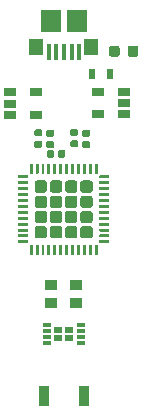
<source format=gbr>
G04 #@! TF.GenerationSoftware,KiCad,Pcbnew,5.0.1-33cea8e~66~ubuntu18.04.1*
G04 #@! TF.CreationDate,2018-10-18T22:19:59+02:00*
G04 #@! TF.ProjectId,Tiny-up5k,54696E792D7570356B2E6B696361645F,rev?*
G04 #@! TF.SameCoordinates,Original*
G04 #@! TF.FileFunction,Paste,Top*
G04 #@! TF.FilePolarity,Positive*
%FSLAX46Y46*%
G04 Gerber Fmt 4.6, Leading zero omitted, Abs format (unit mm)*
G04 Created by KiCad (PCBNEW 5.0.1-33cea8e~66~ubuntu18.04.1) date do 18 okt 2018 22:19:59 CEST*
%MOMM*%
%LPD*%
G01*
G04 APERTURE LIST*
%ADD10R,0.500000X0.900000*%
%ADD11C,0.100000*%
%ADD12C,0.590000*%
%ADD13R,1.060000X0.650000*%
%ADD14R,0.900000X1.700000*%
%ADD15R,0.750000X0.300000*%
%ADD16R,0.710000X0.580000*%
%ADD17R,1.000000X0.900000*%
%ADD18R,1.750000X1.900000*%
%ADD19R,0.400000X1.400000*%
%ADD20R,1.150000X1.450000*%
%ADD21C,1.040000*%
%ADD22C,0.250000*%
%ADD23C,0.875000*%
G04 APERTURE END LIST*
D10*
G04 #@! TO.C,L1*
X155043000Y-102425500D03*
X153543000Y-102425500D03*
G04 #@! TD*
D11*
G04 #@! TO.C,C3*
G36*
X151141958Y-108900710D02*
X151156276Y-108902834D01*
X151170317Y-108906351D01*
X151183946Y-108911228D01*
X151197031Y-108917417D01*
X151209447Y-108924858D01*
X151221073Y-108933481D01*
X151231798Y-108943202D01*
X151241519Y-108953927D01*
X151250142Y-108965553D01*
X151257583Y-108977969D01*
X151263772Y-108991054D01*
X151268649Y-109004683D01*
X151272166Y-109018724D01*
X151274290Y-109033042D01*
X151275000Y-109047500D01*
X151275000Y-109392500D01*
X151274290Y-109406958D01*
X151272166Y-109421276D01*
X151268649Y-109435317D01*
X151263772Y-109448946D01*
X151257583Y-109462031D01*
X151250142Y-109474447D01*
X151241519Y-109486073D01*
X151231798Y-109496798D01*
X151221073Y-109506519D01*
X151209447Y-109515142D01*
X151197031Y-109522583D01*
X151183946Y-109528772D01*
X151170317Y-109533649D01*
X151156276Y-109537166D01*
X151141958Y-109539290D01*
X151127500Y-109540000D01*
X150832500Y-109540000D01*
X150818042Y-109539290D01*
X150803724Y-109537166D01*
X150789683Y-109533649D01*
X150776054Y-109528772D01*
X150762969Y-109522583D01*
X150750553Y-109515142D01*
X150738927Y-109506519D01*
X150728202Y-109496798D01*
X150718481Y-109486073D01*
X150709858Y-109474447D01*
X150702417Y-109462031D01*
X150696228Y-109448946D01*
X150691351Y-109435317D01*
X150687834Y-109421276D01*
X150685710Y-109406958D01*
X150685000Y-109392500D01*
X150685000Y-109047500D01*
X150685710Y-109033042D01*
X150687834Y-109018724D01*
X150691351Y-109004683D01*
X150696228Y-108991054D01*
X150702417Y-108977969D01*
X150709858Y-108965553D01*
X150718481Y-108953927D01*
X150728202Y-108943202D01*
X150738927Y-108933481D01*
X150750553Y-108924858D01*
X150762969Y-108917417D01*
X150776054Y-108911228D01*
X150789683Y-108906351D01*
X150803724Y-108902834D01*
X150818042Y-108900710D01*
X150832500Y-108900000D01*
X151127500Y-108900000D01*
X151141958Y-108900710D01*
X151141958Y-108900710D01*
G37*
D12*
X150980000Y-109220000D03*
D11*
G36*
X150171958Y-108900710D02*
X150186276Y-108902834D01*
X150200317Y-108906351D01*
X150213946Y-108911228D01*
X150227031Y-108917417D01*
X150239447Y-108924858D01*
X150251073Y-108933481D01*
X150261798Y-108943202D01*
X150271519Y-108953927D01*
X150280142Y-108965553D01*
X150287583Y-108977969D01*
X150293772Y-108991054D01*
X150298649Y-109004683D01*
X150302166Y-109018724D01*
X150304290Y-109033042D01*
X150305000Y-109047500D01*
X150305000Y-109392500D01*
X150304290Y-109406958D01*
X150302166Y-109421276D01*
X150298649Y-109435317D01*
X150293772Y-109448946D01*
X150287583Y-109462031D01*
X150280142Y-109474447D01*
X150271519Y-109486073D01*
X150261798Y-109496798D01*
X150251073Y-109506519D01*
X150239447Y-109515142D01*
X150227031Y-109522583D01*
X150213946Y-109528772D01*
X150200317Y-109533649D01*
X150186276Y-109537166D01*
X150171958Y-109539290D01*
X150157500Y-109540000D01*
X149862500Y-109540000D01*
X149848042Y-109539290D01*
X149833724Y-109537166D01*
X149819683Y-109533649D01*
X149806054Y-109528772D01*
X149792969Y-109522583D01*
X149780553Y-109515142D01*
X149768927Y-109506519D01*
X149758202Y-109496798D01*
X149748481Y-109486073D01*
X149739858Y-109474447D01*
X149732417Y-109462031D01*
X149726228Y-109448946D01*
X149721351Y-109435317D01*
X149717834Y-109421276D01*
X149715710Y-109406958D01*
X149715000Y-109392500D01*
X149715000Y-109047500D01*
X149715710Y-109033042D01*
X149717834Y-109018724D01*
X149721351Y-109004683D01*
X149726228Y-108991054D01*
X149732417Y-108977969D01*
X149739858Y-108965553D01*
X149748481Y-108953927D01*
X149758202Y-108943202D01*
X149768927Y-108933481D01*
X149780553Y-108924858D01*
X149792969Y-108917417D01*
X149806054Y-108911228D01*
X149819683Y-108906351D01*
X149833724Y-108902834D01*
X149848042Y-108900710D01*
X149862500Y-108900000D01*
X150157500Y-108900000D01*
X150171958Y-108900710D01*
X150171958Y-108900710D01*
G37*
D12*
X150010000Y-109220000D03*
G04 #@! TD*
D11*
G04 #@! TO.C,D1*
G36*
X149157958Y-108117710D02*
X149172276Y-108119834D01*
X149186317Y-108123351D01*
X149199946Y-108128228D01*
X149213031Y-108134417D01*
X149225447Y-108141858D01*
X149237073Y-108150481D01*
X149247798Y-108160202D01*
X149257519Y-108170927D01*
X149266142Y-108182553D01*
X149273583Y-108194969D01*
X149279772Y-108208054D01*
X149284649Y-108221683D01*
X149288166Y-108235724D01*
X149290290Y-108250042D01*
X149291000Y-108264500D01*
X149291000Y-108559500D01*
X149290290Y-108573958D01*
X149288166Y-108588276D01*
X149284649Y-108602317D01*
X149279772Y-108615946D01*
X149273583Y-108629031D01*
X149266142Y-108641447D01*
X149257519Y-108653073D01*
X149247798Y-108663798D01*
X149237073Y-108673519D01*
X149225447Y-108682142D01*
X149213031Y-108689583D01*
X149199946Y-108695772D01*
X149186317Y-108700649D01*
X149172276Y-108704166D01*
X149157958Y-108706290D01*
X149143500Y-108707000D01*
X148798500Y-108707000D01*
X148784042Y-108706290D01*
X148769724Y-108704166D01*
X148755683Y-108700649D01*
X148742054Y-108695772D01*
X148728969Y-108689583D01*
X148716553Y-108682142D01*
X148704927Y-108673519D01*
X148694202Y-108663798D01*
X148684481Y-108653073D01*
X148675858Y-108641447D01*
X148668417Y-108629031D01*
X148662228Y-108615946D01*
X148657351Y-108602317D01*
X148653834Y-108588276D01*
X148651710Y-108573958D01*
X148651000Y-108559500D01*
X148651000Y-108264500D01*
X148651710Y-108250042D01*
X148653834Y-108235724D01*
X148657351Y-108221683D01*
X148662228Y-108208054D01*
X148668417Y-108194969D01*
X148675858Y-108182553D01*
X148684481Y-108170927D01*
X148694202Y-108160202D01*
X148704927Y-108150481D01*
X148716553Y-108141858D01*
X148728969Y-108134417D01*
X148742054Y-108128228D01*
X148755683Y-108123351D01*
X148769724Y-108119834D01*
X148784042Y-108117710D01*
X148798500Y-108117000D01*
X149143500Y-108117000D01*
X149157958Y-108117710D01*
X149157958Y-108117710D01*
G37*
D12*
X148971000Y-108412000D03*
D11*
G36*
X149157958Y-107147710D02*
X149172276Y-107149834D01*
X149186317Y-107153351D01*
X149199946Y-107158228D01*
X149213031Y-107164417D01*
X149225447Y-107171858D01*
X149237073Y-107180481D01*
X149247798Y-107190202D01*
X149257519Y-107200927D01*
X149266142Y-107212553D01*
X149273583Y-107224969D01*
X149279772Y-107238054D01*
X149284649Y-107251683D01*
X149288166Y-107265724D01*
X149290290Y-107280042D01*
X149291000Y-107294500D01*
X149291000Y-107589500D01*
X149290290Y-107603958D01*
X149288166Y-107618276D01*
X149284649Y-107632317D01*
X149279772Y-107645946D01*
X149273583Y-107659031D01*
X149266142Y-107671447D01*
X149257519Y-107683073D01*
X149247798Y-107693798D01*
X149237073Y-107703519D01*
X149225447Y-107712142D01*
X149213031Y-107719583D01*
X149199946Y-107725772D01*
X149186317Y-107730649D01*
X149172276Y-107734166D01*
X149157958Y-107736290D01*
X149143500Y-107737000D01*
X148798500Y-107737000D01*
X148784042Y-107736290D01*
X148769724Y-107734166D01*
X148755683Y-107730649D01*
X148742054Y-107725772D01*
X148728969Y-107719583D01*
X148716553Y-107712142D01*
X148704927Y-107703519D01*
X148694202Y-107693798D01*
X148684481Y-107683073D01*
X148675858Y-107671447D01*
X148668417Y-107659031D01*
X148662228Y-107645946D01*
X148657351Y-107632317D01*
X148653834Y-107618276D01*
X148651710Y-107603958D01*
X148651000Y-107589500D01*
X148651000Y-107294500D01*
X148651710Y-107280042D01*
X148653834Y-107265724D01*
X148657351Y-107251683D01*
X148662228Y-107238054D01*
X148668417Y-107224969D01*
X148675858Y-107212553D01*
X148684481Y-107200927D01*
X148694202Y-107190202D01*
X148704927Y-107180481D01*
X148716553Y-107171858D01*
X148728969Y-107164417D01*
X148742054Y-107158228D01*
X148755683Y-107153351D01*
X148769724Y-107149834D01*
X148784042Y-107147710D01*
X148798500Y-107147000D01*
X149143500Y-107147000D01*
X149157958Y-107147710D01*
X149157958Y-107147710D01*
G37*
D12*
X148971000Y-107442000D03*
G04 #@! TD*
D11*
G04 #@! TO.C,D2*
G36*
X153221958Y-107170710D02*
X153236276Y-107172834D01*
X153250317Y-107176351D01*
X153263946Y-107181228D01*
X153277031Y-107187417D01*
X153289447Y-107194858D01*
X153301073Y-107203481D01*
X153311798Y-107213202D01*
X153321519Y-107223927D01*
X153330142Y-107235553D01*
X153337583Y-107247969D01*
X153343772Y-107261054D01*
X153348649Y-107274683D01*
X153352166Y-107288724D01*
X153354290Y-107303042D01*
X153355000Y-107317500D01*
X153355000Y-107612500D01*
X153354290Y-107626958D01*
X153352166Y-107641276D01*
X153348649Y-107655317D01*
X153343772Y-107668946D01*
X153337583Y-107682031D01*
X153330142Y-107694447D01*
X153321519Y-107706073D01*
X153311798Y-107716798D01*
X153301073Y-107726519D01*
X153289447Y-107735142D01*
X153277031Y-107742583D01*
X153263946Y-107748772D01*
X153250317Y-107753649D01*
X153236276Y-107757166D01*
X153221958Y-107759290D01*
X153207500Y-107760000D01*
X152862500Y-107760000D01*
X152848042Y-107759290D01*
X152833724Y-107757166D01*
X152819683Y-107753649D01*
X152806054Y-107748772D01*
X152792969Y-107742583D01*
X152780553Y-107735142D01*
X152768927Y-107726519D01*
X152758202Y-107716798D01*
X152748481Y-107706073D01*
X152739858Y-107694447D01*
X152732417Y-107682031D01*
X152726228Y-107668946D01*
X152721351Y-107655317D01*
X152717834Y-107641276D01*
X152715710Y-107626958D01*
X152715000Y-107612500D01*
X152715000Y-107317500D01*
X152715710Y-107303042D01*
X152717834Y-107288724D01*
X152721351Y-107274683D01*
X152726228Y-107261054D01*
X152732417Y-107247969D01*
X152739858Y-107235553D01*
X152748481Y-107223927D01*
X152758202Y-107213202D01*
X152768927Y-107203481D01*
X152780553Y-107194858D01*
X152792969Y-107187417D01*
X152806054Y-107181228D01*
X152819683Y-107176351D01*
X152833724Y-107172834D01*
X152848042Y-107170710D01*
X152862500Y-107170000D01*
X153207500Y-107170000D01*
X153221958Y-107170710D01*
X153221958Y-107170710D01*
G37*
D12*
X153035000Y-107465000D03*
D11*
G36*
X153221958Y-108140710D02*
X153236276Y-108142834D01*
X153250317Y-108146351D01*
X153263946Y-108151228D01*
X153277031Y-108157417D01*
X153289447Y-108164858D01*
X153301073Y-108173481D01*
X153311798Y-108183202D01*
X153321519Y-108193927D01*
X153330142Y-108205553D01*
X153337583Y-108217969D01*
X153343772Y-108231054D01*
X153348649Y-108244683D01*
X153352166Y-108258724D01*
X153354290Y-108273042D01*
X153355000Y-108287500D01*
X153355000Y-108582500D01*
X153354290Y-108596958D01*
X153352166Y-108611276D01*
X153348649Y-108625317D01*
X153343772Y-108638946D01*
X153337583Y-108652031D01*
X153330142Y-108664447D01*
X153321519Y-108676073D01*
X153311798Y-108686798D01*
X153301073Y-108696519D01*
X153289447Y-108705142D01*
X153277031Y-108712583D01*
X153263946Y-108718772D01*
X153250317Y-108723649D01*
X153236276Y-108727166D01*
X153221958Y-108729290D01*
X153207500Y-108730000D01*
X152862500Y-108730000D01*
X152848042Y-108729290D01*
X152833724Y-108727166D01*
X152819683Y-108723649D01*
X152806054Y-108718772D01*
X152792969Y-108712583D01*
X152780553Y-108705142D01*
X152768927Y-108696519D01*
X152758202Y-108686798D01*
X152748481Y-108676073D01*
X152739858Y-108664447D01*
X152732417Y-108652031D01*
X152726228Y-108638946D01*
X152721351Y-108625317D01*
X152717834Y-108611276D01*
X152715710Y-108596958D01*
X152715000Y-108582500D01*
X152715000Y-108287500D01*
X152715710Y-108273042D01*
X152717834Y-108258724D01*
X152721351Y-108244683D01*
X152726228Y-108231054D01*
X152732417Y-108217969D01*
X152739858Y-108205553D01*
X152748481Y-108193927D01*
X152758202Y-108183202D01*
X152768927Y-108173481D01*
X152780553Y-108164858D01*
X152792969Y-108157417D01*
X152806054Y-108151228D01*
X152819683Y-108146351D01*
X152833724Y-108142834D01*
X152848042Y-108140710D01*
X152862500Y-108140000D01*
X153207500Y-108140000D01*
X153221958Y-108140710D01*
X153221958Y-108140710D01*
G37*
D12*
X153035000Y-108435000D03*
G04 #@! TD*
D13*
G04 #@! TO.C,U2*
X154010000Y-105852000D03*
X154010000Y-103952000D03*
X156210000Y-103952000D03*
X156210000Y-104902000D03*
X156210000Y-105852000D03*
G04 #@! TD*
G04 #@! TO.C,U4*
X146558000Y-104013000D03*
X146558000Y-104963000D03*
X146558000Y-105913000D03*
X148758000Y-105913000D03*
X148758000Y-104013000D03*
G04 #@! TD*
D14*
G04 #@! TO.C,SW1*
X149430000Y-129723100D03*
X152830000Y-129723100D03*
G04 #@! TD*
D15*
G04 #@! TO.C,U5*
X152580000Y-125210000D03*
X152580000Y-124710000D03*
X152580000Y-124210000D03*
X152580000Y-123710000D03*
X149680000Y-123710000D03*
X149680000Y-124210000D03*
X149680000Y-124710000D03*
X149680000Y-125210000D03*
D16*
X151567500Y-124097500D03*
X150692500Y-124097500D03*
X150692500Y-124822500D03*
X151567500Y-124822500D03*
G04 #@! TD*
D17*
G04 #@! TO.C,U3*
X150055000Y-121849000D03*
X152205000Y-121849000D03*
X152205000Y-120299000D03*
X150055000Y-120299000D03*
G04 #@! TD*
D18*
G04 #@! TO.C,U6*
X150024000Y-97934000D03*
D19*
X151799000Y-100584000D03*
X152449000Y-100584000D03*
X149849000Y-100584000D03*
X150499000Y-100584000D03*
X151149000Y-100584000D03*
D18*
X152274000Y-97934000D03*
D20*
X148829000Y-100164000D03*
X153469000Y-100164000D03*
G04 #@! TD*
D11*
G04 #@! TO.C,U1*
G36*
X153359504Y-111465204D02*
X153383773Y-111468804D01*
X153407571Y-111474765D01*
X153430671Y-111483030D01*
X153452849Y-111493520D01*
X153473893Y-111506133D01*
X153493598Y-111520747D01*
X153511777Y-111537223D01*
X153528253Y-111555402D01*
X153542867Y-111575107D01*
X153555480Y-111596151D01*
X153565970Y-111618329D01*
X153574235Y-111641429D01*
X153580196Y-111665227D01*
X153583796Y-111689496D01*
X153585000Y-111714000D01*
X153585000Y-112254000D01*
X153583796Y-112278504D01*
X153580196Y-112302773D01*
X153574235Y-112326571D01*
X153565970Y-112349671D01*
X153555480Y-112371849D01*
X153542867Y-112392893D01*
X153528253Y-112412598D01*
X153511777Y-112430777D01*
X153493598Y-112447253D01*
X153473893Y-112461867D01*
X153452849Y-112474480D01*
X153430671Y-112484970D01*
X153407571Y-112493235D01*
X153383773Y-112499196D01*
X153359504Y-112502796D01*
X153335000Y-112504000D01*
X152795000Y-112504000D01*
X152770496Y-112502796D01*
X152746227Y-112499196D01*
X152722429Y-112493235D01*
X152699329Y-112484970D01*
X152677151Y-112474480D01*
X152656107Y-112461867D01*
X152636402Y-112447253D01*
X152618223Y-112430777D01*
X152601747Y-112412598D01*
X152587133Y-112392893D01*
X152574520Y-112371849D01*
X152564030Y-112349671D01*
X152555765Y-112326571D01*
X152549804Y-112302773D01*
X152546204Y-112278504D01*
X152545000Y-112254000D01*
X152545000Y-111714000D01*
X152546204Y-111689496D01*
X152549804Y-111665227D01*
X152555765Y-111641429D01*
X152564030Y-111618329D01*
X152574520Y-111596151D01*
X152587133Y-111575107D01*
X152601747Y-111555402D01*
X152618223Y-111537223D01*
X152636402Y-111520747D01*
X152656107Y-111506133D01*
X152677151Y-111493520D01*
X152699329Y-111483030D01*
X152722429Y-111474765D01*
X152746227Y-111468804D01*
X152770496Y-111465204D01*
X152795000Y-111464000D01*
X153335000Y-111464000D01*
X153359504Y-111465204D01*
X153359504Y-111465204D01*
G37*
D21*
X153065000Y-111984000D03*
D11*
G36*
X152069504Y-111465204D02*
X152093773Y-111468804D01*
X152117571Y-111474765D01*
X152140671Y-111483030D01*
X152162849Y-111493520D01*
X152183893Y-111506133D01*
X152203598Y-111520747D01*
X152221777Y-111537223D01*
X152238253Y-111555402D01*
X152252867Y-111575107D01*
X152265480Y-111596151D01*
X152275970Y-111618329D01*
X152284235Y-111641429D01*
X152290196Y-111665227D01*
X152293796Y-111689496D01*
X152295000Y-111714000D01*
X152295000Y-112254000D01*
X152293796Y-112278504D01*
X152290196Y-112302773D01*
X152284235Y-112326571D01*
X152275970Y-112349671D01*
X152265480Y-112371849D01*
X152252867Y-112392893D01*
X152238253Y-112412598D01*
X152221777Y-112430777D01*
X152203598Y-112447253D01*
X152183893Y-112461867D01*
X152162849Y-112474480D01*
X152140671Y-112484970D01*
X152117571Y-112493235D01*
X152093773Y-112499196D01*
X152069504Y-112502796D01*
X152045000Y-112504000D01*
X151505000Y-112504000D01*
X151480496Y-112502796D01*
X151456227Y-112499196D01*
X151432429Y-112493235D01*
X151409329Y-112484970D01*
X151387151Y-112474480D01*
X151366107Y-112461867D01*
X151346402Y-112447253D01*
X151328223Y-112430777D01*
X151311747Y-112412598D01*
X151297133Y-112392893D01*
X151284520Y-112371849D01*
X151274030Y-112349671D01*
X151265765Y-112326571D01*
X151259804Y-112302773D01*
X151256204Y-112278504D01*
X151255000Y-112254000D01*
X151255000Y-111714000D01*
X151256204Y-111689496D01*
X151259804Y-111665227D01*
X151265765Y-111641429D01*
X151274030Y-111618329D01*
X151284520Y-111596151D01*
X151297133Y-111575107D01*
X151311747Y-111555402D01*
X151328223Y-111537223D01*
X151346402Y-111520747D01*
X151366107Y-111506133D01*
X151387151Y-111493520D01*
X151409329Y-111483030D01*
X151432429Y-111474765D01*
X151456227Y-111468804D01*
X151480496Y-111465204D01*
X151505000Y-111464000D01*
X152045000Y-111464000D01*
X152069504Y-111465204D01*
X152069504Y-111465204D01*
G37*
D21*
X151775000Y-111984000D03*
D11*
G36*
X150779504Y-111465204D02*
X150803773Y-111468804D01*
X150827571Y-111474765D01*
X150850671Y-111483030D01*
X150872849Y-111493520D01*
X150893893Y-111506133D01*
X150913598Y-111520747D01*
X150931777Y-111537223D01*
X150948253Y-111555402D01*
X150962867Y-111575107D01*
X150975480Y-111596151D01*
X150985970Y-111618329D01*
X150994235Y-111641429D01*
X151000196Y-111665227D01*
X151003796Y-111689496D01*
X151005000Y-111714000D01*
X151005000Y-112254000D01*
X151003796Y-112278504D01*
X151000196Y-112302773D01*
X150994235Y-112326571D01*
X150985970Y-112349671D01*
X150975480Y-112371849D01*
X150962867Y-112392893D01*
X150948253Y-112412598D01*
X150931777Y-112430777D01*
X150913598Y-112447253D01*
X150893893Y-112461867D01*
X150872849Y-112474480D01*
X150850671Y-112484970D01*
X150827571Y-112493235D01*
X150803773Y-112499196D01*
X150779504Y-112502796D01*
X150755000Y-112504000D01*
X150215000Y-112504000D01*
X150190496Y-112502796D01*
X150166227Y-112499196D01*
X150142429Y-112493235D01*
X150119329Y-112484970D01*
X150097151Y-112474480D01*
X150076107Y-112461867D01*
X150056402Y-112447253D01*
X150038223Y-112430777D01*
X150021747Y-112412598D01*
X150007133Y-112392893D01*
X149994520Y-112371849D01*
X149984030Y-112349671D01*
X149975765Y-112326571D01*
X149969804Y-112302773D01*
X149966204Y-112278504D01*
X149965000Y-112254000D01*
X149965000Y-111714000D01*
X149966204Y-111689496D01*
X149969804Y-111665227D01*
X149975765Y-111641429D01*
X149984030Y-111618329D01*
X149994520Y-111596151D01*
X150007133Y-111575107D01*
X150021747Y-111555402D01*
X150038223Y-111537223D01*
X150056402Y-111520747D01*
X150076107Y-111506133D01*
X150097151Y-111493520D01*
X150119329Y-111483030D01*
X150142429Y-111474765D01*
X150166227Y-111468804D01*
X150190496Y-111465204D01*
X150215000Y-111464000D01*
X150755000Y-111464000D01*
X150779504Y-111465204D01*
X150779504Y-111465204D01*
G37*
D21*
X150485000Y-111984000D03*
D11*
G36*
X149489504Y-111465204D02*
X149513773Y-111468804D01*
X149537571Y-111474765D01*
X149560671Y-111483030D01*
X149582849Y-111493520D01*
X149603893Y-111506133D01*
X149623598Y-111520747D01*
X149641777Y-111537223D01*
X149658253Y-111555402D01*
X149672867Y-111575107D01*
X149685480Y-111596151D01*
X149695970Y-111618329D01*
X149704235Y-111641429D01*
X149710196Y-111665227D01*
X149713796Y-111689496D01*
X149715000Y-111714000D01*
X149715000Y-112254000D01*
X149713796Y-112278504D01*
X149710196Y-112302773D01*
X149704235Y-112326571D01*
X149695970Y-112349671D01*
X149685480Y-112371849D01*
X149672867Y-112392893D01*
X149658253Y-112412598D01*
X149641777Y-112430777D01*
X149623598Y-112447253D01*
X149603893Y-112461867D01*
X149582849Y-112474480D01*
X149560671Y-112484970D01*
X149537571Y-112493235D01*
X149513773Y-112499196D01*
X149489504Y-112502796D01*
X149465000Y-112504000D01*
X148925000Y-112504000D01*
X148900496Y-112502796D01*
X148876227Y-112499196D01*
X148852429Y-112493235D01*
X148829329Y-112484970D01*
X148807151Y-112474480D01*
X148786107Y-112461867D01*
X148766402Y-112447253D01*
X148748223Y-112430777D01*
X148731747Y-112412598D01*
X148717133Y-112392893D01*
X148704520Y-112371849D01*
X148694030Y-112349671D01*
X148685765Y-112326571D01*
X148679804Y-112302773D01*
X148676204Y-112278504D01*
X148675000Y-112254000D01*
X148675000Y-111714000D01*
X148676204Y-111689496D01*
X148679804Y-111665227D01*
X148685765Y-111641429D01*
X148694030Y-111618329D01*
X148704520Y-111596151D01*
X148717133Y-111575107D01*
X148731747Y-111555402D01*
X148748223Y-111537223D01*
X148766402Y-111520747D01*
X148786107Y-111506133D01*
X148807151Y-111493520D01*
X148829329Y-111483030D01*
X148852429Y-111474765D01*
X148876227Y-111468804D01*
X148900496Y-111465204D01*
X148925000Y-111464000D01*
X149465000Y-111464000D01*
X149489504Y-111465204D01*
X149489504Y-111465204D01*
G37*
D21*
X149195000Y-111984000D03*
D11*
G36*
X153359504Y-112755204D02*
X153383773Y-112758804D01*
X153407571Y-112764765D01*
X153430671Y-112773030D01*
X153452849Y-112783520D01*
X153473893Y-112796133D01*
X153493598Y-112810747D01*
X153511777Y-112827223D01*
X153528253Y-112845402D01*
X153542867Y-112865107D01*
X153555480Y-112886151D01*
X153565970Y-112908329D01*
X153574235Y-112931429D01*
X153580196Y-112955227D01*
X153583796Y-112979496D01*
X153585000Y-113004000D01*
X153585000Y-113544000D01*
X153583796Y-113568504D01*
X153580196Y-113592773D01*
X153574235Y-113616571D01*
X153565970Y-113639671D01*
X153555480Y-113661849D01*
X153542867Y-113682893D01*
X153528253Y-113702598D01*
X153511777Y-113720777D01*
X153493598Y-113737253D01*
X153473893Y-113751867D01*
X153452849Y-113764480D01*
X153430671Y-113774970D01*
X153407571Y-113783235D01*
X153383773Y-113789196D01*
X153359504Y-113792796D01*
X153335000Y-113794000D01*
X152795000Y-113794000D01*
X152770496Y-113792796D01*
X152746227Y-113789196D01*
X152722429Y-113783235D01*
X152699329Y-113774970D01*
X152677151Y-113764480D01*
X152656107Y-113751867D01*
X152636402Y-113737253D01*
X152618223Y-113720777D01*
X152601747Y-113702598D01*
X152587133Y-113682893D01*
X152574520Y-113661849D01*
X152564030Y-113639671D01*
X152555765Y-113616571D01*
X152549804Y-113592773D01*
X152546204Y-113568504D01*
X152545000Y-113544000D01*
X152545000Y-113004000D01*
X152546204Y-112979496D01*
X152549804Y-112955227D01*
X152555765Y-112931429D01*
X152564030Y-112908329D01*
X152574520Y-112886151D01*
X152587133Y-112865107D01*
X152601747Y-112845402D01*
X152618223Y-112827223D01*
X152636402Y-112810747D01*
X152656107Y-112796133D01*
X152677151Y-112783520D01*
X152699329Y-112773030D01*
X152722429Y-112764765D01*
X152746227Y-112758804D01*
X152770496Y-112755204D01*
X152795000Y-112754000D01*
X153335000Y-112754000D01*
X153359504Y-112755204D01*
X153359504Y-112755204D01*
G37*
D21*
X153065000Y-113274000D03*
D11*
G36*
X152069504Y-112755204D02*
X152093773Y-112758804D01*
X152117571Y-112764765D01*
X152140671Y-112773030D01*
X152162849Y-112783520D01*
X152183893Y-112796133D01*
X152203598Y-112810747D01*
X152221777Y-112827223D01*
X152238253Y-112845402D01*
X152252867Y-112865107D01*
X152265480Y-112886151D01*
X152275970Y-112908329D01*
X152284235Y-112931429D01*
X152290196Y-112955227D01*
X152293796Y-112979496D01*
X152295000Y-113004000D01*
X152295000Y-113544000D01*
X152293796Y-113568504D01*
X152290196Y-113592773D01*
X152284235Y-113616571D01*
X152275970Y-113639671D01*
X152265480Y-113661849D01*
X152252867Y-113682893D01*
X152238253Y-113702598D01*
X152221777Y-113720777D01*
X152203598Y-113737253D01*
X152183893Y-113751867D01*
X152162849Y-113764480D01*
X152140671Y-113774970D01*
X152117571Y-113783235D01*
X152093773Y-113789196D01*
X152069504Y-113792796D01*
X152045000Y-113794000D01*
X151505000Y-113794000D01*
X151480496Y-113792796D01*
X151456227Y-113789196D01*
X151432429Y-113783235D01*
X151409329Y-113774970D01*
X151387151Y-113764480D01*
X151366107Y-113751867D01*
X151346402Y-113737253D01*
X151328223Y-113720777D01*
X151311747Y-113702598D01*
X151297133Y-113682893D01*
X151284520Y-113661849D01*
X151274030Y-113639671D01*
X151265765Y-113616571D01*
X151259804Y-113592773D01*
X151256204Y-113568504D01*
X151255000Y-113544000D01*
X151255000Y-113004000D01*
X151256204Y-112979496D01*
X151259804Y-112955227D01*
X151265765Y-112931429D01*
X151274030Y-112908329D01*
X151284520Y-112886151D01*
X151297133Y-112865107D01*
X151311747Y-112845402D01*
X151328223Y-112827223D01*
X151346402Y-112810747D01*
X151366107Y-112796133D01*
X151387151Y-112783520D01*
X151409329Y-112773030D01*
X151432429Y-112764765D01*
X151456227Y-112758804D01*
X151480496Y-112755204D01*
X151505000Y-112754000D01*
X152045000Y-112754000D01*
X152069504Y-112755204D01*
X152069504Y-112755204D01*
G37*
D21*
X151775000Y-113274000D03*
D11*
G36*
X150779504Y-112755204D02*
X150803773Y-112758804D01*
X150827571Y-112764765D01*
X150850671Y-112773030D01*
X150872849Y-112783520D01*
X150893893Y-112796133D01*
X150913598Y-112810747D01*
X150931777Y-112827223D01*
X150948253Y-112845402D01*
X150962867Y-112865107D01*
X150975480Y-112886151D01*
X150985970Y-112908329D01*
X150994235Y-112931429D01*
X151000196Y-112955227D01*
X151003796Y-112979496D01*
X151005000Y-113004000D01*
X151005000Y-113544000D01*
X151003796Y-113568504D01*
X151000196Y-113592773D01*
X150994235Y-113616571D01*
X150985970Y-113639671D01*
X150975480Y-113661849D01*
X150962867Y-113682893D01*
X150948253Y-113702598D01*
X150931777Y-113720777D01*
X150913598Y-113737253D01*
X150893893Y-113751867D01*
X150872849Y-113764480D01*
X150850671Y-113774970D01*
X150827571Y-113783235D01*
X150803773Y-113789196D01*
X150779504Y-113792796D01*
X150755000Y-113794000D01*
X150215000Y-113794000D01*
X150190496Y-113792796D01*
X150166227Y-113789196D01*
X150142429Y-113783235D01*
X150119329Y-113774970D01*
X150097151Y-113764480D01*
X150076107Y-113751867D01*
X150056402Y-113737253D01*
X150038223Y-113720777D01*
X150021747Y-113702598D01*
X150007133Y-113682893D01*
X149994520Y-113661849D01*
X149984030Y-113639671D01*
X149975765Y-113616571D01*
X149969804Y-113592773D01*
X149966204Y-113568504D01*
X149965000Y-113544000D01*
X149965000Y-113004000D01*
X149966204Y-112979496D01*
X149969804Y-112955227D01*
X149975765Y-112931429D01*
X149984030Y-112908329D01*
X149994520Y-112886151D01*
X150007133Y-112865107D01*
X150021747Y-112845402D01*
X150038223Y-112827223D01*
X150056402Y-112810747D01*
X150076107Y-112796133D01*
X150097151Y-112783520D01*
X150119329Y-112773030D01*
X150142429Y-112764765D01*
X150166227Y-112758804D01*
X150190496Y-112755204D01*
X150215000Y-112754000D01*
X150755000Y-112754000D01*
X150779504Y-112755204D01*
X150779504Y-112755204D01*
G37*
D21*
X150485000Y-113274000D03*
D11*
G36*
X149489504Y-112755204D02*
X149513773Y-112758804D01*
X149537571Y-112764765D01*
X149560671Y-112773030D01*
X149582849Y-112783520D01*
X149603893Y-112796133D01*
X149623598Y-112810747D01*
X149641777Y-112827223D01*
X149658253Y-112845402D01*
X149672867Y-112865107D01*
X149685480Y-112886151D01*
X149695970Y-112908329D01*
X149704235Y-112931429D01*
X149710196Y-112955227D01*
X149713796Y-112979496D01*
X149715000Y-113004000D01*
X149715000Y-113544000D01*
X149713796Y-113568504D01*
X149710196Y-113592773D01*
X149704235Y-113616571D01*
X149695970Y-113639671D01*
X149685480Y-113661849D01*
X149672867Y-113682893D01*
X149658253Y-113702598D01*
X149641777Y-113720777D01*
X149623598Y-113737253D01*
X149603893Y-113751867D01*
X149582849Y-113764480D01*
X149560671Y-113774970D01*
X149537571Y-113783235D01*
X149513773Y-113789196D01*
X149489504Y-113792796D01*
X149465000Y-113794000D01*
X148925000Y-113794000D01*
X148900496Y-113792796D01*
X148876227Y-113789196D01*
X148852429Y-113783235D01*
X148829329Y-113774970D01*
X148807151Y-113764480D01*
X148786107Y-113751867D01*
X148766402Y-113737253D01*
X148748223Y-113720777D01*
X148731747Y-113702598D01*
X148717133Y-113682893D01*
X148704520Y-113661849D01*
X148694030Y-113639671D01*
X148685765Y-113616571D01*
X148679804Y-113592773D01*
X148676204Y-113568504D01*
X148675000Y-113544000D01*
X148675000Y-113004000D01*
X148676204Y-112979496D01*
X148679804Y-112955227D01*
X148685765Y-112931429D01*
X148694030Y-112908329D01*
X148704520Y-112886151D01*
X148717133Y-112865107D01*
X148731747Y-112845402D01*
X148748223Y-112827223D01*
X148766402Y-112810747D01*
X148786107Y-112796133D01*
X148807151Y-112783520D01*
X148829329Y-112773030D01*
X148852429Y-112764765D01*
X148876227Y-112758804D01*
X148900496Y-112755204D01*
X148925000Y-112754000D01*
X149465000Y-112754000D01*
X149489504Y-112755204D01*
X149489504Y-112755204D01*
G37*
D21*
X149195000Y-113274000D03*
D11*
G36*
X153359504Y-114045204D02*
X153383773Y-114048804D01*
X153407571Y-114054765D01*
X153430671Y-114063030D01*
X153452849Y-114073520D01*
X153473893Y-114086133D01*
X153493598Y-114100747D01*
X153511777Y-114117223D01*
X153528253Y-114135402D01*
X153542867Y-114155107D01*
X153555480Y-114176151D01*
X153565970Y-114198329D01*
X153574235Y-114221429D01*
X153580196Y-114245227D01*
X153583796Y-114269496D01*
X153585000Y-114294000D01*
X153585000Y-114834000D01*
X153583796Y-114858504D01*
X153580196Y-114882773D01*
X153574235Y-114906571D01*
X153565970Y-114929671D01*
X153555480Y-114951849D01*
X153542867Y-114972893D01*
X153528253Y-114992598D01*
X153511777Y-115010777D01*
X153493598Y-115027253D01*
X153473893Y-115041867D01*
X153452849Y-115054480D01*
X153430671Y-115064970D01*
X153407571Y-115073235D01*
X153383773Y-115079196D01*
X153359504Y-115082796D01*
X153335000Y-115084000D01*
X152795000Y-115084000D01*
X152770496Y-115082796D01*
X152746227Y-115079196D01*
X152722429Y-115073235D01*
X152699329Y-115064970D01*
X152677151Y-115054480D01*
X152656107Y-115041867D01*
X152636402Y-115027253D01*
X152618223Y-115010777D01*
X152601747Y-114992598D01*
X152587133Y-114972893D01*
X152574520Y-114951849D01*
X152564030Y-114929671D01*
X152555765Y-114906571D01*
X152549804Y-114882773D01*
X152546204Y-114858504D01*
X152545000Y-114834000D01*
X152545000Y-114294000D01*
X152546204Y-114269496D01*
X152549804Y-114245227D01*
X152555765Y-114221429D01*
X152564030Y-114198329D01*
X152574520Y-114176151D01*
X152587133Y-114155107D01*
X152601747Y-114135402D01*
X152618223Y-114117223D01*
X152636402Y-114100747D01*
X152656107Y-114086133D01*
X152677151Y-114073520D01*
X152699329Y-114063030D01*
X152722429Y-114054765D01*
X152746227Y-114048804D01*
X152770496Y-114045204D01*
X152795000Y-114044000D01*
X153335000Y-114044000D01*
X153359504Y-114045204D01*
X153359504Y-114045204D01*
G37*
D21*
X153065000Y-114564000D03*
D11*
G36*
X152069504Y-114045204D02*
X152093773Y-114048804D01*
X152117571Y-114054765D01*
X152140671Y-114063030D01*
X152162849Y-114073520D01*
X152183893Y-114086133D01*
X152203598Y-114100747D01*
X152221777Y-114117223D01*
X152238253Y-114135402D01*
X152252867Y-114155107D01*
X152265480Y-114176151D01*
X152275970Y-114198329D01*
X152284235Y-114221429D01*
X152290196Y-114245227D01*
X152293796Y-114269496D01*
X152295000Y-114294000D01*
X152295000Y-114834000D01*
X152293796Y-114858504D01*
X152290196Y-114882773D01*
X152284235Y-114906571D01*
X152275970Y-114929671D01*
X152265480Y-114951849D01*
X152252867Y-114972893D01*
X152238253Y-114992598D01*
X152221777Y-115010777D01*
X152203598Y-115027253D01*
X152183893Y-115041867D01*
X152162849Y-115054480D01*
X152140671Y-115064970D01*
X152117571Y-115073235D01*
X152093773Y-115079196D01*
X152069504Y-115082796D01*
X152045000Y-115084000D01*
X151505000Y-115084000D01*
X151480496Y-115082796D01*
X151456227Y-115079196D01*
X151432429Y-115073235D01*
X151409329Y-115064970D01*
X151387151Y-115054480D01*
X151366107Y-115041867D01*
X151346402Y-115027253D01*
X151328223Y-115010777D01*
X151311747Y-114992598D01*
X151297133Y-114972893D01*
X151284520Y-114951849D01*
X151274030Y-114929671D01*
X151265765Y-114906571D01*
X151259804Y-114882773D01*
X151256204Y-114858504D01*
X151255000Y-114834000D01*
X151255000Y-114294000D01*
X151256204Y-114269496D01*
X151259804Y-114245227D01*
X151265765Y-114221429D01*
X151274030Y-114198329D01*
X151284520Y-114176151D01*
X151297133Y-114155107D01*
X151311747Y-114135402D01*
X151328223Y-114117223D01*
X151346402Y-114100747D01*
X151366107Y-114086133D01*
X151387151Y-114073520D01*
X151409329Y-114063030D01*
X151432429Y-114054765D01*
X151456227Y-114048804D01*
X151480496Y-114045204D01*
X151505000Y-114044000D01*
X152045000Y-114044000D01*
X152069504Y-114045204D01*
X152069504Y-114045204D01*
G37*
D21*
X151775000Y-114564000D03*
D11*
G36*
X150779504Y-114045204D02*
X150803773Y-114048804D01*
X150827571Y-114054765D01*
X150850671Y-114063030D01*
X150872849Y-114073520D01*
X150893893Y-114086133D01*
X150913598Y-114100747D01*
X150931777Y-114117223D01*
X150948253Y-114135402D01*
X150962867Y-114155107D01*
X150975480Y-114176151D01*
X150985970Y-114198329D01*
X150994235Y-114221429D01*
X151000196Y-114245227D01*
X151003796Y-114269496D01*
X151005000Y-114294000D01*
X151005000Y-114834000D01*
X151003796Y-114858504D01*
X151000196Y-114882773D01*
X150994235Y-114906571D01*
X150985970Y-114929671D01*
X150975480Y-114951849D01*
X150962867Y-114972893D01*
X150948253Y-114992598D01*
X150931777Y-115010777D01*
X150913598Y-115027253D01*
X150893893Y-115041867D01*
X150872849Y-115054480D01*
X150850671Y-115064970D01*
X150827571Y-115073235D01*
X150803773Y-115079196D01*
X150779504Y-115082796D01*
X150755000Y-115084000D01*
X150215000Y-115084000D01*
X150190496Y-115082796D01*
X150166227Y-115079196D01*
X150142429Y-115073235D01*
X150119329Y-115064970D01*
X150097151Y-115054480D01*
X150076107Y-115041867D01*
X150056402Y-115027253D01*
X150038223Y-115010777D01*
X150021747Y-114992598D01*
X150007133Y-114972893D01*
X149994520Y-114951849D01*
X149984030Y-114929671D01*
X149975765Y-114906571D01*
X149969804Y-114882773D01*
X149966204Y-114858504D01*
X149965000Y-114834000D01*
X149965000Y-114294000D01*
X149966204Y-114269496D01*
X149969804Y-114245227D01*
X149975765Y-114221429D01*
X149984030Y-114198329D01*
X149994520Y-114176151D01*
X150007133Y-114155107D01*
X150021747Y-114135402D01*
X150038223Y-114117223D01*
X150056402Y-114100747D01*
X150076107Y-114086133D01*
X150097151Y-114073520D01*
X150119329Y-114063030D01*
X150142429Y-114054765D01*
X150166227Y-114048804D01*
X150190496Y-114045204D01*
X150215000Y-114044000D01*
X150755000Y-114044000D01*
X150779504Y-114045204D01*
X150779504Y-114045204D01*
G37*
D21*
X150485000Y-114564000D03*
D11*
G36*
X149489504Y-114045204D02*
X149513773Y-114048804D01*
X149537571Y-114054765D01*
X149560671Y-114063030D01*
X149582849Y-114073520D01*
X149603893Y-114086133D01*
X149623598Y-114100747D01*
X149641777Y-114117223D01*
X149658253Y-114135402D01*
X149672867Y-114155107D01*
X149685480Y-114176151D01*
X149695970Y-114198329D01*
X149704235Y-114221429D01*
X149710196Y-114245227D01*
X149713796Y-114269496D01*
X149715000Y-114294000D01*
X149715000Y-114834000D01*
X149713796Y-114858504D01*
X149710196Y-114882773D01*
X149704235Y-114906571D01*
X149695970Y-114929671D01*
X149685480Y-114951849D01*
X149672867Y-114972893D01*
X149658253Y-114992598D01*
X149641777Y-115010777D01*
X149623598Y-115027253D01*
X149603893Y-115041867D01*
X149582849Y-115054480D01*
X149560671Y-115064970D01*
X149537571Y-115073235D01*
X149513773Y-115079196D01*
X149489504Y-115082796D01*
X149465000Y-115084000D01*
X148925000Y-115084000D01*
X148900496Y-115082796D01*
X148876227Y-115079196D01*
X148852429Y-115073235D01*
X148829329Y-115064970D01*
X148807151Y-115054480D01*
X148786107Y-115041867D01*
X148766402Y-115027253D01*
X148748223Y-115010777D01*
X148731747Y-114992598D01*
X148717133Y-114972893D01*
X148704520Y-114951849D01*
X148694030Y-114929671D01*
X148685765Y-114906571D01*
X148679804Y-114882773D01*
X148676204Y-114858504D01*
X148675000Y-114834000D01*
X148675000Y-114294000D01*
X148676204Y-114269496D01*
X148679804Y-114245227D01*
X148685765Y-114221429D01*
X148694030Y-114198329D01*
X148704520Y-114176151D01*
X148717133Y-114155107D01*
X148731747Y-114135402D01*
X148748223Y-114117223D01*
X148766402Y-114100747D01*
X148786107Y-114086133D01*
X148807151Y-114073520D01*
X148829329Y-114063030D01*
X148852429Y-114054765D01*
X148876227Y-114048804D01*
X148900496Y-114045204D01*
X148925000Y-114044000D01*
X149465000Y-114044000D01*
X149489504Y-114045204D01*
X149489504Y-114045204D01*
G37*
D21*
X149195000Y-114564000D03*
D11*
G36*
X153359504Y-115335204D02*
X153383773Y-115338804D01*
X153407571Y-115344765D01*
X153430671Y-115353030D01*
X153452849Y-115363520D01*
X153473893Y-115376133D01*
X153493598Y-115390747D01*
X153511777Y-115407223D01*
X153528253Y-115425402D01*
X153542867Y-115445107D01*
X153555480Y-115466151D01*
X153565970Y-115488329D01*
X153574235Y-115511429D01*
X153580196Y-115535227D01*
X153583796Y-115559496D01*
X153585000Y-115584000D01*
X153585000Y-116124000D01*
X153583796Y-116148504D01*
X153580196Y-116172773D01*
X153574235Y-116196571D01*
X153565970Y-116219671D01*
X153555480Y-116241849D01*
X153542867Y-116262893D01*
X153528253Y-116282598D01*
X153511777Y-116300777D01*
X153493598Y-116317253D01*
X153473893Y-116331867D01*
X153452849Y-116344480D01*
X153430671Y-116354970D01*
X153407571Y-116363235D01*
X153383773Y-116369196D01*
X153359504Y-116372796D01*
X153335000Y-116374000D01*
X152795000Y-116374000D01*
X152770496Y-116372796D01*
X152746227Y-116369196D01*
X152722429Y-116363235D01*
X152699329Y-116354970D01*
X152677151Y-116344480D01*
X152656107Y-116331867D01*
X152636402Y-116317253D01*
X152618223Y-116300777D01*
X152601747Y-116282598D01*
X152587133Y-116262893D01*
X152574520Y-116241849D01*
X152564030Y-116219671D01*
X152555765Y-116196571D01*
X152549804Y-116172773D01*
X152546204Y-116148504D01*
X152545000Y-116124000D01*
X152545000Y-115584000D01*
X152546204Y-115559496D01*
X152549804Y-115535227D01*
X152555765Y-115511429D01*
X152564030Y-115488329D01*
X152574520Y-115466151D01*
X152587133Y-115445107D01*
X152601747Y-115425402D01*
X152618223Y-115407223D01*
X152636402Y-115390747D01*
X152656107Y-115376133D01*
X152677151Y-115363520D01*
X152699329Y-115353030D01*
X152722429Y-115344765D01*
X152746227Y-115338804D01*
X152770496Y-115335204D01*
X152795000Y-115334000D01*
X153335000Y-115334000D01*
X153359504Y-115335204D01*
X153359504Y-115335204D01*
G37*
D21*
X153065000Y-115854000D03*
D11*
G36*
X152069504Y-115335204D02*
X152093773Y-115338804D01*
X152117571Y-115344765D01*
X152140671Y-115353030D01*
X152162849Y-115363520D01*
X152183893Y-115376133D01*
X152203598Y-115390747D01*
X152221777Y-115407223D01*
X152238253Y-115425402D01*
X152252867Y-115445107D01*
X152265480Y-115466151D01*
X152275970Y-115488329D01*
X152284235Y-115511429D01*
X152290196Y-115535227D01*
X152293796Y-115559496D01*
X152295000Y-115584000D01*
X152295000Y-116124000D01*
X152293796Y-116148504D01*
X152290196Y-116172773D01*
X152284235Y-116196571D01*
X152275970Y-116219671D01*
X152265480Y-116241849D01*
X152252867Y-116262893D01*
X152238253Y-116282598D01*
X152221777Y-116300777D01*
X152203598Y-116317253D01*
X152183893Y-116331867D01*
X152162849Y-116344480D01*
X152140671Y-116354970D01*
X152117571Y-116363235D01*
X152093773Y-116369196D01*
X152069504Y-116372796D01*
X152045000Y-116374000D01*
X151505000Y-116374000D01*
X151480496Y-116372796D01*
X151456227Y-116369196D01*
X151432429Y-116363235D01*
X151409329Y-116354970D01*
X151387151Y-116344480D01*
X151366107Y-116331867D01*
X151346402Y-116317253D01*
X151328223Y-116300777D01*
X151311747Y-116282598D01*
X151297133Y-116262893D01*
X151284520Y-116241849D01*
X151274030Y-116219671D01*
X151265765Y-116196571D01*
X151259804Y-116172773D01*
X151256204Y-116148504D01*
X151255000Y-116124000D01*
X151255000Y-115584000D01*
X151256204Y-115559496D01*
X151259804Y-115535227D01*
X151265765Y-115511429D01*
X151274030Y-115488329D01*
X151284520Y-115466151D01*
X151297133Y-115445107D01*
X151311747Y-115425402D01*
X151328223Y-115407223D01*
X151346402Y-115390747D01*
X151366107Y-115376133D01*
X151387151Y-115363520D01*
X151409329Y-115353030D01*
X151432429Y-115344765D01*
X151456227Y-115338804D01*
X151480496Y-115335204D01*
X151505000Y-115334000D01*
X152045000Y-115334000D01*
X152069504Y-115335204D01*
X152069504Y-115335204D01*
G37*
D21*
X151775000Y-115854000D03*
D11*
G36*
X150779504Y-115335204D02*
X150803773Y-115338804D01*
X150827571Y-115344765D01*
X150850671Y-115353030D01*
X150872849Y-115363520D01*
X150893893Y-115376133D01*
X150913598Y-115390747D01*
X150931777Y-115407223D01*
X150948253Y-115425402D01*
X150962867Y-115445107D01*
X150975480Y-115466151D01*
X150985970Y-115488329D01*
X150994235Y-115511429D01*
X151000196Y-115535227D01*
X151003796Y-115559496D01*
X151005000Y-115584000D01*
X151005000Y-116124000D01*
X151003796Y-116148504D01*
X151000196Y-116172773D01*
X150994235Y-116196571D01*
X150985970Y-116219671D01*
X150975480Y-116241849D01*
X150962867Y-116262893D01*
X150948253Y-116282598D01*
X150931777Y-116300777D01*
X150913598Y-116317253D01*
X150893893Y-116331867D01*
X150872849Y-116344480D01*
X150850671Y-116354970D01*
X150827571Y-116363235D01*
X150803773Y-116369196D01*
X150779504Y-116372796D01*
X150755000Y-116374000D01*
X150215000Y-116374000D01*
X150190496Y-116372796D01*
X150166227Y-116369196D01*
X150142429Y-116363235D01*
X150119329Y-116354970D01*
X150097151Y-116344480D01*
X150076107Y-116331867D01*
X150056402Y-116317253D01*
X150038223Y-116300777D01*
X150021747Y-116282598D01*
X150007133Y-116262893D01*
X149994520Y-116241849D01*
X149984030Y-116219671D01*
X149975765Y-116196571D01*
X149969804Y-116172773D01*
X149966204Y-116148504D01*
X149965000Y-116124000D01*
X149965000Y-115584000D01*
X149966204Y-115559496D01*
X149969804Y-115535227D01*
X149975765Y-115511429D01*
X149984030Y-115488329D01*
X149994520Y-115466151D01*
X150007133Y-115445107D01*
X150021747Y-115425402D01*
X150038223Y-115407223D01*
X150056402Y-115390747D01*
X150076107Y-115376133D01*
X150097151Y-115363520D01*
X150119329Y-115353030D01*
X150142429Y-115344765D01*
X150166227Y-115338804D01*
X150190496Y-115335204D01*
X150215000Y-115334000D01*
X150755000Y-115334000D01*
X150779504Y-115335204D01*
X150779504Y-115335204D01*
G37*
D21*
X150485000Y-115854000D03*
D11*
G36*
X149489504Y-115335204D02*
X149513773Y-115338804D01*
X149537571Y-115344765D01*
X149560671Y-115353030D01*
X149582849Y-115363520D01*
X149603893Y-115376133D01*
X149623598Y-115390747D01*
X149641777Y-115407223D01*
X149658253Y-115425402D01*
X149672867Y-115445107D01*
X149685480Y-115466151D01*
X149695970Y-115488329D01*
X149704235Y-115511429D01*
X149710196Y-115535227D01*
X149713796Y-115559496D01*
X149715000Y-115584000D01*
X149715000Y-116124000D01*
X149713796Y-116148504D01*
X149710196Y-116172773D01*
X149704235Y-116196571D01*
X149695970Y-116219671D01*
X149685480Y-116241849D01*
X149672867Y-116262893D01*
X149658253Y-116282598D01*
X149641777Y-116300777D01*
X149623598Y-116317253D01*
X149603893Y-116331867D01*
X149582849Y-116344480D01*
X149560671Y-116354970D01*
X149537571Y-116363235D01*
X149513773Y-116369196D01*
X149489504Y-116372796D01*
X149465000Y-116374000D01*
X148925000Y-116374000D01*
X148900496Y-116372796D01*
X148876227Y-116369196D01*
X148852429Y-116363235D01*
X148829329Y-116354970D01*
X148807151Y-116344480D01*
X148786107Y-116331867D01*
X148766402Y-116317253D01*
X148748223Y-116300777D01*
X148731747Y-116282598D01*
X148717133Y-116262893D01*
X148704520Y-116241849D01*
X148694030Y-116219671D01*
X148685765Y-116196571D01*
X148679804Y-116172773D01*
X148676204Y-116148504D01*
X148675000Y-116124000D01*
X148675000Y-115584000D01*
X148676204Y-115559496D01*
X148679804Y-115535227D01*
X148685765Y-115511429D01*
X148694030Y-115488329D01*
X148704520Y-115466151D01*
X148717133Y-115445107D01*
X148731747Y-115425402D01*
X148748223Y-115407223D01*
X148766402Y-115390747D01*
X148786107Y-115376133D01*
X148807151Y-115363520D01*
X148829329Y-115353030D01*
X148852429Y-115344765D01*
X148876227Y-115338804D01*
X148900496Y-115335204D01*
X148925000Y-115334000D01*
X149465000Y-115334000D01*
X149489504Y-115335204D01*
X149489504Y-115335204D01*
G37*
D21*
X149195000Y-115854000D03*
D11*
G36*
X153948626Y-110044301D02*
X153954693Y-110045201D01*
X153960643Y-110046691D01*
X153966418Y-110048758D01*
X153971962Y-110051380D01*
X153977223Y-110054533D01*
X153982150Y-110058187D01*
X153986694Y-110062306D01*
X153990813Y-110066850D01*
X153994467Y-110071777D01*
X153997620Y-110077038D01*
X154000242Y-110082582D01*
X154002309Y-110088357D01*
X154003799Y-110094307D01*
X154004699Y-110100374D01*
X154005000Y-110106500D01*
X154005000Y-110856500D01*
X154004699Y-110862626D01*
X154003799Y-110868693D01*
X154002309Y-110874643D01*
X154000242Y-110880418D01*
X153997620Y-110885962D01*
X153994467Y-110891223D01*
X153990813Y-110896150D01*
X153986694Y-110900694D01*
X153982150Y-110904813D01*
X153977223Y-110908467D01*
X153971962Y-110911620D01*
X153966418Y-110914242D01*
X153960643Y-110916309D01*
X153954693Y-110917799D01*
X153948626Y-110918699D01*
X153942500Y-110919000D01*
X153817500Y-110919000D01*
X153811374Y-110918699D01*
X153805307Y-110917799D01*
X153799357Y-110916309D01*
X153793582Y-110914242D01*
X153788038Y-110911620D01*
X153782777Y-110908467D01*
X153777850Y-110904813D01*
X153773306Y-110900694D01*
X153769187Y-110896150D01*
X153765533Y-110891223D01*
X153762380Y-110885962D01*
X153759758Y-110880418D01*
X153757691Y-110874643D01*
X153756201Y-110868693D01*
X153755301Y-110862626D01*
X153755000Y-110856500D01*
X153755000Y-110106500D01*
X153755301Y-110100374D01*
X153756201Y-110094307D01*
X153757691Y-110088357D01*
X153759758Y-110082582D01*
X153762380Y-110077038D01*
X153765533Y-110071777D01*
X153769187Y-110066850D01*
X153773306Y-110062306D01*
X153777850Y-110058187D01*
X153782777Y-110054533D01*
X153788038Y-110051380D01*
X153793582Y-110048758D01*
X153799357Y-110046691D01*
X153805307Y-110045201D01*
X153811374Y-110044301D01*
X153817500Y-110044000D01*
X153942500Y-110044000D01*
X153948626Y-110044301D01*
X153948626Y-110044301D01*
G37*
D22*
X153880000Y-110481500D03*
D11*
G36*
X153448626Y-110044301D02*
X153454693Y-110045201D01*
X153460643Y-110046691D01*
X153466418Y-110048758D01*
X153471962Y-110051380D01*
X153477223Y-110054533D01*
X153482150Y-110058187D01*
X153486694Y-110062306D01*
X153490813Y-110066850D01*
X153494467Y-110071777D01*
X153497620Y-110077038D01*
X153500242Y-110082582D01*
X153502309Y-110088357D01*
X153503799Y-110094307D01*
X153504699Y-110100374D01*
X153505000Y-110106500D01*
X153505000Y-110856500D01*
X153504699Y-110862626D01*
X153503799Y-110868693D01*
X153502309Y-110874643D01*
X153500242Y-110880418D01*
X153497620Y-110885962D01*
X153494467Y-110891223D01*
X153490813Y-110896150D01*
X153486694Y-110900694D01*
X153482150Y-110904813D01*
X153477223Y-110908467D01*
X153471962Y-110911620D01*
X153466418Y-110914242D01*
X153460643Y-110916309D01*
X153454693Y-110917799D01*
X153448626Y-110918699D01*
X153442500Y-110919000D01*
X153317500Y-110919000D01*
X153311374Y-110918699D01*
X153305307Y-110917799D01*
X153299357Y-110916309D01*
X153293582Y-110914242D01*
X153288038Y-110911620D01*
X153282777Y-110908467D01*
X153277850Y-110904813D01*
X153273306Y-110900694D01*
X153269187Y-110896150D01*
X153265533Y-110891223D01*
X153262380Y-110885962D01*
X153259758Y-110880418D01*
X153257691Y-110874643D01*
X153256201Y-110868693D01*
X153255301Y-110862626D01*
X153255000Y-110856500D01*
X153255000Y-110106500D01*
X153255301Y-110100374D01*
X153256201Y-110094307D01*
X153257691Y-110088357D01*
X153259758Y-110082582D01*
X153262380Y-110077038D01*
X153265533Y-110071777D01*
X153269187Y-110066850D01*
X153273306Y-110062306D01*
X153277850Y-110058187D01*
X153282777Y-110054533D01*
X153288038Y-110051380D01*
X153293582Y-110048758D01*
X153299357Y-110046691D01*
X153305307Y-110045201D01*
X153311374Y-110044301D01*
X153317500Y-110044000D01*
X153442500Y-110044000D01*
X153448626Y-110044301D01*
X153448626Y-110044301D01*
G37*
D22*
X153380000Y-110481500D03*
D11*
G36*
X152948626Y-110044301D02*
X152954693Y-110045201D01*
X152960643Y-110046691D01*
X152966418Y-110048758D01*
X152971962Y-110051380D01*
X152977223Y-110054533D01*
X152982150Y-110058187D01*
X152986694Y-110062306D01*
X152990813Y-110066850D01*
X152994467Y-110071777D01*
X152997620Y-110077038D01*
X153000242Y-110082582D01*
X153002309Y-110088357D01*
X153003799Y-110094307D01*
X153004699Y-110100374D01*
X153005000Y-110106500D01*
X153005000Y-110856500D01*
X153004699Y-110862626D01*
X153003799Y-110868693D01*
X153002309Y-110874643D01*
X153000242Y-110880418D01*
X152997620Y-110885962D01*
X152994467Y-110891223D01*
X152990813Y-110896150D01*
X152986694Y-110900694D01*
X152982150Y-110904813D01*
X152977223Y-110908467D01*
X152971962Y-110911620D01*
X152966418Y-110914242D01*
X152960643Y-110916309D01*
X152954693Y-110917799D01*
X152948626Y-110918699D01*
X152942500Y-110919000D01*
X152817500Y-110919000D01*
X152811374Y-110918699D01*
X152805307Y-110917799D01*
X152799357Y-110916309D01*
X152793582Y-110914242D01*
X152788038Y-110911620D01*
X152782777Y-110908467D01*
X152777850Y-110904813D01*
X152773306Y-110900694D01*
X152769187Y-110896150D01*
X152765533Y-110891223D01*
X152762380Y-110885962D01*
X152759758Y-110880418D01*
X152757691Y-110874643D01*
X152756201Y-110868693D01*
X152755301Y-110862626D01*
X152755000Y-110856500D01*
X152755000Y-110106500D01*
X152755301Y-110100374D01*
X152756201Y-110094307D01*
X152757691Y-110088357D01*
X152759758Y-110082582D01*
X152762380Y-110077038D01*
X152765533Y-110071777D01*
X152769187Y-110066850D01*
X152773306Y-110062306D01*
X152777850Y-110058187D01*
X152782777Y-110054533D01*
X152788038Y-110051380D01*
X152793582Y-110048758D01*
X152799357Y-110046691D01*
X152805307Y-110045201D01*
X152811374Y-110044301D01*
X152817500Y-110044000D01*
X152942500Y-110044000D01*
X152948626Y-110044301D01*
X152948626Y-110044301D01*
G37*
D22*
X152880000Y-110481500D03*
D11*
G36*
X152448626Y-110044301D02*
X152454693Y-110045201D01*
X152460643Y-110046691D01*
X152466418Y-110048758D01*
X152471962Y-110051380D01*
X152477223Y-110054533D01*
X152482150Y-110058187D01*
X152486694Y-110062306D01*
X152490813Y-110066850D01*
X152494467Y-110071777D01*
X152497620Y-110077038D01*
X152500242Y-110082582D01*
X152502309Y-110088357D01*
X152503799Y-110094307D01*
X152504699Y-110100374D01*
X152505000Y-110106500D01*
X152505000Y-110856500D01*
X152504699Y-110862626D01*
X152503799Y-110868693D01*
X152502309Y-110874643D01*
X152500242Y-110880418D01*
X152497620Y-110885962D01*
X152494467Y-110891223D01*
X152490813Y-110896150D01*
X152486694Y-110900694D01*
X152482150Y-110904813D01*
X152477223Y-110908467D01*
X152471962Y-110911620D01*
X152466418Y-110914242D01*
X152460643Y-110916309D01*
X152454693Y-110917799D01*
X152448626Y-110918699D01*
X152442500Y-110919000D01*
X152317500Y-110919000D01*
X152311374Y-110918699D01*
X152305307Y-110917799D01*
X152299357Y-110916309D01*
X152293582Y-110914242D01*
X152288038Y-110911620D01*
X152282777Y-110908467D01*
X152277850Y-110904813D01*
X152273306Y-110900694D01*
X152269187Y-110896150D01*
X152265533Y-110891223D01*
X152262380Y-110885962D01*
X152259758Y-110880418D01*
X152257691Y-110874643D01*
X152256201Y-110868693D01*
X152255301Y-110862626D01*
X152255000Y-110856500D01*
X152255000Y-110106500D01*
X152255301Y-110100374D01*
X152256201Y-110094307D01*
X152257691Y-110088357D01*
X152259758Y-110082582D01*
X152262380Y-110077038D01*
X152265533Y-110071777D01*
X152269187Y-110066850D01*
X152273306Y-110062306D01*
X152277850Y-110058187D01*
X152282777Y-110054533D01*
X152288038Y-110051380D01*
X152293582Y-110048758D01*
X152299357Y-110046691D01*
X152305307Y-110045201D01*
X152311374Y-110044301D01*
X152317500Y-110044000D01*
X152442500Y-110044000D01*
X152448626Y-110044301D01*
X152448626Y-110044301D01*
G37*
D22*
X152380000Y-110481500D03*
D11*
G36*
X151948626Y-110044301D02*
X151954693Y-110045201D01*
X151960643Y-110046691D01*
X151966418Y-110048758D01*
X151971962Y-110051380D01*
X151977223Y-110054533D01*
X151982150Y-110058187D01*
X151986694Y-110062306D01*
X151990813Y-110066850D01*
X151994467Y-110071777D01*
X151997620Y-110077038D01*
X152000242Y-110082582D01*
X152002309Y-110088357D01*
X152003799Y-110094307D01*
X152004699Y-110100374D01*
X152005000Y-110106500D01*
X152005000Y-110856500D01*
X152004699Y-110862626D01*
X152003799Y-110868693D01*
X152002309Y-110874643D01*
X152000242Y-110880418D01*
X151997620Y-110885962D01*
X151994467Y-110891223D01*
X151990813Y-110896150D01*
X151986694Y-110900694D01*
X151982150Y-110904813D01*
X151977223Y-110908467D01*
X151971962Y-110911620D01*
X151966418Y-110914242D01*
X151960643Y-110916309D01*
X151954693Y-110917799D01*
X151948626Y-110918699D01*
X151942500Y-110919000D01*
X151817500Y-110919000D01*
X151811374Y-110918699D01*
X151805307Y-110917799D01*
X151799357Y-110916309D01*
X151793582Y-110914242D01*
X151788038Y-110911620D01*
X151782777Y-110908467D01*
X151777850Y-110904813D01*
X151773306Y-110900694D01*
X151769187Y-110896150D01*
X151765533Y-110891223D01*
X151762380Y-110885962D01*
X151759758Y-110880418D01*
X151757691Y-110874643D01*
X151756201Y-110868693D01*
X151755301Y-110862626D01*
X151755000Y-110856500D01*
X151755000Y-110106500D01*
X151755301Y-110100374D01*
X151756201Y-110094307D01*
X151757691Y-110088357D01*
X151759758Y-110082582D01*
X151762380Y-110077038D01*
X151765533Y-110071777D01*
X151769187Y-110066850D01*
X151773306Y-110062306D01*
X151777850Y-110058187D01*
X151782777Y-110054533D01*
X151788038Y-110051380D01*
X151793582Y-110048758D01*
X151799357Y-110046691D01*
X151805307Y-110045201D01*
X151811374Y-110044301D01*
X151817500Y-110044000D01*
X151942500Y-110044000D01*
X151948626Y-110044301D01*
X151948626Y-110044301D01*
G37*
D22*
X151880000Y-110481500D03*
D11*
G36*
X151448626Y-110044301D02*
X151454693Y-110045201D01*
X151460643Y-110046691D01*
X151466418Y-110048758D01*
X151471962Y-110051380D01*
X151477223Y-110054533D01*
X151482150Y-110058187D01*
X151486694Y-110062306D01*
X151490813Y-110066850D01*
X151494467Y-110071777D01*
X151497620Y-110077038D01*
X151500242Y-110082582D01*
X151502309Y-110088357D01*
X151503799Y-110094307D01*
X151504699Y-110100374D01*
X151505000Y-110106500D01*
X151505000Y-110856500D01*
X151504699Y-110862626D01*
X151503799Y-110868693D01*
X151502309Y-110874643D01*
X151500242Y-110880418D01*
X151497620Y-110885962D01*
X151494467Y-110891223D01*
X151490813Y-110896150D01*
X151486694Y-110900694D01*
X151482150Y-110904813D01*
X151477223Y-110908467D01*
X151471962Y-110911620D01*
X151466418Y-110914242D01*
X151460643Y-110916309D01*
X151454693Y-110917799D01*
X151448626Y-110918699D01*
X151442500Y-110919000D01*
X151317500Y-110919000D01*
X151311374Y-110918699D01*
X151305307Y-110917799D01*
X151299357Y-110916309D01*
X151293582Y-110914242D01*
X151288038Y-110911620D01*
X151282777Y-110908467D01*
X151277850Y-110904813D01*
X151273306Y-110900694D01*
X151269187Y-110896150D01*
X151265533Y-110891223D01*
X151262380Y-110885962D01*
X151259758Y-110880418D01*
X151257691Y-110874643D01*
X151256201Y-110868693D01*
X151255301Y-110862626D01*
X151255000Y-110856500D01*
X151255000Y-110106500D01*
X151255301Y-110100374D01*
X151256201Y-110094307D01*
X151257691Y-110088357D01*
X151259758Y-110082582D01*
X151262380Y-110077038D01*
X151265533Y-110071777D01*
X151269187Y-110066850D01*
X151273306Y-110062306D01*
X151277850Y-110058187D01*
X151282777Y-110054533D01*
X151288038Y-110051380D01*
X151293582Y-110048758D01*
X151299357Y-110046691D01*
X151305307Y-110045201D01*
X151311374Y-110044301D01*
X151317500Y-110044000D01*
X151442500Y-110044000D01*
X151448626Y-110044301D01*
X151448626Y-110044301D01*
G37*
D22*
X151380000Y-110481500D03*
D11*
G36*
X150948626Y-110044301D02*
X150954693Y-110045201D01*
X150960643Y-110046691D01*
X150966418Y-110048758D01*
X150971962Y-110051380D01*
X150977223Y-110054533D01*
X150982150Y-110058187D01*
X150986694Y-110062306D01*
X150990813Y-110066850D01*
X150994467Y-110071777D01*
X150997620Y-110077038D01*
X151000242Y-110082582D01*
X151002309Y-110088357D01*
X151003799Y-110094307D01*
X151004699Y-110100374D01*
X151005000Y-110106500D01*
X151005000Y-110856500D01*
X151004699Y-110862626D01*
X151003799Y-110868693D01*
X151002309Y-110874643D01*
X151000242Y-110880418D01*
X150997620Y-110885962D01*
X150994467Y-110891223D01*
X150990813Y-110896150D01*
X150986694Y-110900694D01*
X150982150Y-110904813D01*
X150977223Y-110908467D01*
X150971962Y-110911620D01*
X150966418Y-110914242D01*
X150960643Y-110916309D01*
X150954693Y-110917799D01*
X150948626Y-110918699D01*
X150942500Y-110919000D01*
X150817500Y-110919000D01*
X150811374Y-110918699D01*
X150805307Y-110917799D01*
X150799357Y-110916309D01*
X150793582Y-110914242D01*
X150788038Y-110911620D01*
X150782777Y-110908467D01*
X150777850Y-110904813D01*
X150773306Y-110900694D01*
X150769187Y-110896150D01*
X150765533Y-110891223D01*
X150762380Y-110885962D01*
X150759758Y-110880418D01*
X150757691Y-110874643D01*
X150756201Y-110868693D01*
X150755301Y-110862626D01*
X150755000Y-110856500D01*
X150755000Y-110106500D01*
X150755301Y-110100374D01*
X150756201Y-110094307D01*
X150757691Y-110088357D01*
X150759758Y-110082582D01*
X150762380Y-110077038D01*
X150765533Y-110071777D01*
X150769187Y-110066850D01*
X150773306Y-110062306D01*
X150777850Y-110058187D01*
X150782777Y-110054533D01*
X150788038Y-110051380D01*
X150793582Y-110048758D01*
X150799357Y-110046691D01*
X150805307Y-110045201D01*
X150811374Y-110044301D01*
X150817500Y-110044000D01*
X150942500Y-110044000D01*
X150948626Y-110044301D01*
X150948626Y-110044301D01*
G37*
D22*
X150880000Y-110481500D03*
D11*
G36*
X150448626Y-110044301D02*
X150454693Y-110045201D01*
X150460643Y-110046691D01*
X150466418Y-110048758D01*
X150471962Y-110051380D01*
X150477223Y-110054533D01*
X150482150Y-110058187D01*
X150486694Y-110062306D01*
X150490813Y-110066850D01*
X150494467Y-110071777D01*
X150497620Y-110077038D01*
X150500242Y-110082582D01*
X150502309Y-110088357D01*
X150503799Y-110094307D01*
X150504699Y-110100374D01*
X150505000Y-110106500D01*
X150505000Y-110856500D01*
X150504699Y-110862626D01*
X150503799Y-110868693D01*
X150502309Y-110874643D01*
X150500242Y-110880418D01*
X150497620Y-110885962D01*
X150494467Y-110891223D01*
X150490813Y-110896150D01*
X150486694Y-110900694D01*
X150482150Y-110904813D01*
X150477223Y-110908467D01*
X150471962Y-110911620D01*
X150466418Y-110914242D01*
X150460643Y-110916309D01*
X150454693Y-110917799D01*
X150448626Y-110918699D01*
X150442500Y-110919000D01*
X150317500Y-110919000D01*
X150311374Y-110918699D01*
X150305307Y-110917799D01*
X150299357Y-110916309D01*
X150293582Y-110914242D01*
X150288038Y-110911620D01*
X150282777Y-110908467D01*
X150277850Y-110904813D01*
X150273306Y-110900694D01*
X150269187Y-110896150D01*
X150265533Y-110891223D01*
X150262380Y-110885962D01*
X150259758Y-110880418D01*
X150257691Y-110874643D01*
X150256201Y-110868693D01*
X150255301Y-110862626D01*
X150255000Y-110856500D01*
X150255000Y-110106500D01*
X150255301Y-110100374D01*
X150256201Y-110094307D01*
X150257691Y-110088357D01*
X150259758Y-110082582D01*
X150262380Y-110077038D01*
X150265533Y-110071777D01*
X150269187Y-110066850D01*
X150273306Y-110062306D01*
X150277850Y-110058187D01*
X150282777Y-110054533D01*
X150288038Y-110051380D01*
X150293582Y-110048758D01*
X150299357Y-110046691D01*
X150305307Y-110045201D01*
X150311374Y-110044301D01*
X150317500Y-110044000D01*
X150442500Y-110044000D01*
X150448626Y-110044301D01*
X150448626Y-110044301D01*
G37*
D22*
X150380000Y-110481500D03*
D11*
G36*
X149948626Y-110044301D02*
X149954693Y-110045201D01*
X149960643Y-110046691D01*
X149966418Y-110048758D01*
X149971962Y-110051380D01*
X149977223Y-110054533D01*
X149982150Y-110058187D01*
X149986694Y-110062306D01*
X149990813Y-110066850D01*
X149994467Y-110071777D01*
X149997620Y-110077038D01*
X150000242Y-110082582D01*
X150002309Y-110088357D01*
X150003799Y-110094307D01*
X150004699Y-110100374D01*
X150005000Y-110106500D01*
X150005000Y-110856500D01*
X150004699Y-110862626D01*
X150003799Y-110868693D01*
X150002309Y-110874643D01*
X150000242Y-110880418D01*
X149997620Y-110885962D01*
X149994467Y-110891223D01*
X149990813Y-110896150D01*
X149986694Y-110900694D01*
X149982150Y-110904813D01*
X149977223Y-110908467D01*
X149971962Y-110911620D01*
X149966418Y-110914242D01*
X149960643Y-110916309D01*
X149954693Y-110917799D01*
X149948626Y-110918699D01*
X149942500Y-110919000D01*
X149817500Y-110919000D01*
X149811374Y-110918699D01*
X149805307Y-110917799D01*
X149799357Y-110916309D01*
X149793582Y-110914242D01*
X149788038Y-110911620D01*
X149782777Y-110908467D01*
X149777850Y-110904813D01*
X149773306Y-110900694D01*
X149769187Y-110896150D01*
X149765533Y-110891223D01*
X149762380Y-110885962D01*
X149759758Y-110880418D01*
X149757691Y-110874643D01*
X149756201Y-110868693D01*
X149755301Y-110862626D01*
X149755000Y-110856500D01*
X149755000Y-110106500D01*
X149755301Y-110100374D01*
X149756201Y-110094307D01*
X149757691Y-110088357D01*
X149759758Y-110082582D01*
X149762380Y-110077038D01*
X149765533Y-110071777D01*
X149769187Y-110066850D01*
X149773306Y-110062306D01*
X149777850Y-110058187D01*
X149782777Y-110054533D01*
X149788038Y-110051380D01*
X149793582Y-110048758D01*
X149799357Y-110046691D01*
X149805307Y-110045201D01*
X149811374Y-110044301D01*
X149817500Y-110044000D01*
X149942500Y-110044000D01*
X149948626Y-110044301D01*
X149948626Y-110044301D01*
G37*
D22*
X149880000Y-110481500D03*
D11*
G36*
X149448626Y-110044301D02*
X149454693Y-110045201D01*
X149460643Y-110046691D01*
X149466418Y-110048758D01*
X149471962Y-110051380D01*
X149477223Y-110054533D01*
X149482150Y-110058187D01*
X149486694Y-110062306D01*
X149490813Y-110066850D01*
X149494467Y-110071777D01*
X149497620Y-110077038D01*
X149500242Y-110082582D01*
X149502309Y-110088357D01*
X149503799Y-110094307D01*
X149504699Y-110100374D01*
X149505000Y-110106500D01*
X149505000Y-110856500D01*
X149504699Y-110862626D01*
X149503799Y-110868693D01*
X149502309Y-110874643D01*
X149500242Y-110880418D01*
X149497620Y-110885962D01*
X149494467Y-110891223D01*
X149490813Y-110896150D01*
X149486694Y-110900694D01*
X149482150Y-110904813D01*
X149477223Y-110908467D01*
X149471962Y-110911620D01*
X149466418Y-110914242D01*
X149460643Y-110916309D01*
X149454693Y-110917799D01*
X149448626Y-110918699D01*
X149442500Y-110919000D01*
X149317500Y-110919000D01*
X149311374Y-110918699D01*
X149305307Y-110917799D01*
X149299357Y-110916309D01*
X149293582Y-110914242D01*
X149288038Y-110911620D01*
X149282777Y-110908467D01*
X149277850Y-110904813D01*
X149273306Y-110900694D01*
X149269187Y-110896150D01*
X149265533Y-110891223D01*
X149262380Y-110885962D01*
X149259758Y-110880418D01*
X149257691Y-110874643D01*
X149256201Y-110868693D01*
X149255301Y-110862626D01*
X149255000Y-110856500D01*
X149255000Y-110106500D01*
X149255301Y-110100374D01*
X149256201Y-110094307D01*
X149257691Y-110088357D01*
X149259758Y-110082582D01*
X149262380Y-110077038D01*
X149265533Y-110071777D01*
X149269187Y-110066850D01*
X149273306Y-110062306D01*
X149277850Y-110058187D01*
X149282777Y-110054533D01*
X149288038Y-110051380D01*
X149293582Y-110048758D01*
X149299357Y-110046691D01*
X149305307Y-110045201D01*
X149311374Y-110044301D01*
X149317500Y-110044000D01*
X149442500Y-110044000D01*
X149448626Y-110044301D01*
X149448626Y-110044301D01*
G37*
D22*
X149380000Y-110481500D03*
D11*
G36*
X148948626Y-110044301D02*
X148954693Y-110045201D01*
X148960643Y-110046691D01*
X148966418Y-110048758D01*
X148971962Y-110051380D01*
X148977223Y-110054533D01*
X148982150Y-110058187D01*
X148986694Y-110062306D01*
X148990813Y-110066850D01*
X148994467Y-110071777D01*
X148997620Y-110077038D01*
X149000242Y-110082582D01*
X149002309Y-110088357D01*
X149003799Y-110094307D01*
X149004699Y-110100374D01*
X149005000Y-110106500D01*
X149005000Y-110856500D01*
X149004699Y-110862626D01*
X149003799Y-110868693D01*
X149002309Y-110874643D01*
X149000242Y-110880418D01*
X148997620Y-110885962D01*
X148994467Y-110891223D01*
X148990813Y-110896150D01*
X148986694Y-110900694D01*
X148982150Y-110904813D01*
X148977223Y-110908467D01*
X148971962Y-110911620D01*
X148966418Y-110914242D01*
X148960643Y-110916309D01*
X148954693Y-110917799D01*
X148948626Y-110918699D01*
X148942500Y-110919000D01*
X148817500Y-110919000D01*
X148811374Y-110918699D01*
X148805307Y-110917799D01*
X148799357Y-110916309D01*
X148793582Y-110914242D01*
X148788038Y-110911620D01*
X148782777Y-110908467D01*
X148777850Y-110904813D01*
X148773306Y-110900694D01*
X148769187Y-110896150D01*
X148765533Y-110891223D01*
X148762380Y-110885962D01*
X148759758Y-110880418D01*
X148757691Y-110874643D01*
X148756201Y-110868693D01*
X148755301Y-110862626D01*
X148755000Y-110856500D01*
X148755000Y-110106500D01*
X148755301Y-110100374D01*
X148756201Y-110094307D01*
X148757691Y-110088357D01*
X148759758Y-110082582D01*
X148762380Y-110077038D01*
X148765533Y-110071777D01*
X148769187Y-110066850D01*
X148773306Y-110062306D01*
X148777850Y-110058187D01*
X148782777Y-110054533D01*
X148788038Y-110051380D01*
X148793582Y-110048758D01*
X148799357Y-110046691D01*
X148805307Y-110045201D01*
X148811374Y-110044301D01*
X148817500Y-110044000D01*
X148942500Y-110044000D01*
X148948626Y-110044301D01*
X148948626Y-110044301D01*
G37*
D22*
X148880000Y-110481500D03*
D11*
G36*
X148448626Y-110044301D02*
X148454693Y-110045201D01*
X148460643Y-110046691D01*
X148466418Y-110048758D01*
X148471962Y-110051380D01*
X148477223Y-110054533D01*
X148482150Y-110058187D01*
X148486694Y-110062306D01*
X148490813Y-110066850D01*
X148494467Y-110071777D01*
X148497620Y-110077038D01*
X148500242Y-110082582D01*
X148502309Y-110088357D01*
X148503799Y-110094307D01*
X148504699Y-110100374D01*
X148505000Y-110106500D01*
X148505000Y-110856500D01*
X148504699Y-110862626D01*
X148503799Y-110868693D01*
X148502309Y-110874643D01*
X148500242Y-110880418D01*
X148497620Y-110885962D01*
X148494467Y-110891223D01*
X148490813Y-110896150D01*
X148486694Y-110900694D01*
X148482150Y-110904813D01*
X148477223Y-110908467D01*
X148471962Y-110911620D01*
X148466418Y-110914242D01*
X148460643Y-110916309D01*
X148454693Y-110917799D01*
X148448626Y-110918699D01*
X148442500Y-110919000D01*
X148317500Y-110919000D01*
X148311374Y-110918699D01*
X148305307Y-110917799D01*
X148299357Y-110916309D01*
X148293582Y-110914242D01*
X148288038Y-110911620D01*
X148282777Y-110908467D01*
X148277850Y-110904813D01*
X148273306Y-110900694D01*
X148269187Y-110896150D01*
X148265533Y-110891223D01*
X148262380Y-110885962D01*
X148259758Y-110880418D01*
X148257691Y-110874643D01*
X148256201Y-110868693D01*
X148255301Y-110862626D01*
X148255000Y-110856500D01*
X148255000Y-110106500D01*
X148255301Y-110100374D01*
X148256201Y-110094307D01*
X148257691Y-110088357D01*
X148259758Y-110082582D01*
X148262380Y-110077038D01*
X148265533Y-110071777D01*
X148269187Y-110066850D01*
X148273306Y-110062306D01*
X148277850Y-110058187D01*
X148282777Y-110054533D01*
X148288038Y-110051380D01*
X148293582Y-110048758D01*
X148299357Y-110046691D01*
X148305307Y-110045201D01*
X148311374Y-110044301D01*
X148317500Y-110044000D01*
X148442500Y-110044000D01*
X148448626Y-110044301D01*
X148448626Y-110044301D01*
G37*
D22*
X148380000Y-110481500D03*
D11*
G36*
X148073626Y-111044301D02*
X148079693Y-111045201D01*
X148085643Y-111046691D01*
X148091418Y-111048758D01*
X148096962Y-111051380D01*
X148102223Y-111054533D01*
X148107150Y-111058187D01*
X148111694Y-111062306D01*
X148115813Y-111066850D01*
X148119467Y-111071777D01*
X148122620Y-111077038D01*
X148125242Y-111082582D01*
X148127309Y-111088357D01*
X148128799Y-111094307D01*
X148129699Y-111100374D01*
X148130000Y-111106500D01*
X148130000Y-111231500D01*
X148129699Y-111237626D01*
X148128799Y-111243693D01*
X148127309Y-111249643D01*
X148125242Y-111255418D01*
X148122620Y-111260962D01*
X148119467Y-111266223D01*
X148115813Y-111271150D01*
X148111694Y-111275694D01*
X148107150Y-111279813D01*
X148102223Y-111283467D01*
X148096962Y-111286620D01*
X148091418Y-111289242D01*
X148085643Y-111291309D01*
X148079693Y-111292799D01*
X148073626Y-111293699D01*
X148067500Y-111294000D01*
X147317500Y-111294000D01*
X147311374Y-111293699D01*
X147305307Y-111292799D01*
X147299357Y-111291309D01*
X147293582Y-111289242D01*
X147288038Y-111286620D01*
X147282777Y-111283467D01*
X147277850Y-111279813D01*
X147273306Y-111275694D01*
X147269187Y-111271150D01*
X147265533Y-111266223D01*
X147262380Y-111260962D01*
X147259758Y-111255418D01*
X147257691Y-111249643D01*
X147256201Y-111243693D01*
X147255301Y-111237626D01*
X147255000Y-111231500D01*
X147255000Y-111106500D01*
X147255301Y-111100374D01*
X147256201Y-111094307D01*
X147257691Y-111088357D01*
X147259758Y-111082582D01*
X147262380Y-111077038D01*
X147265533Y-111071777D01*
X147269187Y-111066850D01*
X147273306Y-111062306D01*
X147277850Y-111058187D01*
X147282777Y-111054533D01*
X147288038Y-111051380D01*
X147293582Y-111048758D01*
X147299357Y-111046691D01*
X147305307Y-111045201D01*
X147311374Y-111044301D01*
X147317500Y-111044000D01*
X148067500Y-111044000D01*
X148073626Y-111044301D01*
X148073626Y-111044301D01*
G37*
D22*
X147692500Y-111169000D03*
D11*
G36*
X148073626Y-111544301D02*
X148079693Y-111545201D01*
X148085643Y-111546691D01*
X148091418Y-111548758D01*
X148096962Y-111551380D01*
X148102223Y-111554533D01*
X148107150Y-111558187D01*
X148111694Y-111562306D01*
X148115813Y-111566850D01*
X148119467Y-111571777D01*
X148122620Y-111577038D01*
X148125242Y-111582582D01*
X148127309Y-111588357D01*
X148128799Y-111594307D01*
X148129699Y-111600374D01*
X148130000Y-111606500D01*
X148130000Y-111731500D01*
X148129699Y-111737626D01*
X148128799Y-111743693D01*
X148127309Y-111749643D01*
X148125242Y-111755418D01*
X148122620Y-111760962D01*
X148119467Y-111766223D01*
X148115813Y-111771150D01*
X148111694Y-111775694D01*
X148107150Y-111779813D01*
X148102223Y-111783467D01*
X148096962Y-111786620D01*
X148091418Y-111789242D01*
X148085643Y-111791309D01*
X148079693Y-111792799D01*
X148073626Y-111793699D01*
X148067500Y-111794000D01*
X147317500Y-111794000D01*
X147311374Y-111793699D01*
X147305307Y-111792799D01*
X147299357Y-111791309D01*
X147293582Y-111789242D01*
X147288038Y-111786620D01*
X147282777Y-111783467D01*
X147277850Y-111779813D01*
X147273306Y-111775694D01*
X147269187Y-111771150D01*
X147265533Y-111766223D01*
X147262380Y-111760962D01*
X147259758Y-111755418D01*
X147257691Y-111749643D01*
X147256201Y-111743693D01*
X147255301Y-111737626D01*
X147255000Y-111731500D01*
X147255000Y-111606500D01*
X147255301Y-111600374D01*
X147256201Y-111594307D01*
X147257691Y-111588357D01*
X147259758Y-111582582D01*
X147262380Y-111577038D01*
X147265533Y-111571777D01*
X147269187Y-111566850D01*
X147273306Y-111562306D01*
X147277850Y-111558187D01*
X147282777Y-111554533D01*
X147288038Y-111551380D01*
X147293582Y-111548758D01*
X147299357Y-111546691D01*
X147305307Y-111545201D01*
X147311374Y-111544301D01*
X147317500Y-111544000D01*
X148067500Y-111544000D01*
X148073626Y-111544301D01*
X148073626Y-111544301D01*
G37*
D22*
X147692500Y-111669000D03*
D11*
G36*
X148073626Y-112044301D02*
X148079693Y-112045201D01*
X148085643Y-112046691D01*
X148091418Y-112048758D01*
X148096962Y-112051380D01*
X148102223Y-112054533D01*
X148107150Y-112058187D01*
X148111694Y-112062306D01*
X148115813Y-112066850D01*
X148119467Y-112071777D01*
X148122620Y-112077038D01*
X148125242Y-112082582D01*
X148127309Y-112088357D01*
X148128799Y-112094307D01*
X148129699Y-112100374D01*
X148130000Y-112106500D01*
X148130000Y-112231500D01*
X148129699Y-112237626D01*
X148128799Y-112243693D01*
X148127309Y-112249643D01*
X148125242Y-112255418D01*
X148122620Y-112260962D01*
X148119467Y-112266223D01*
X148115813Y-112271150D01*
X148111694Y-112275694D01*
X148107150Y-112279813D01*
X148102223Y-112283467D01*
X148096962Y-112286620D01*
X148091418Y-112289242D01*
X148085643Y-112291309D01*
X148079693Y-112292799D01*
X148073626Y-112293699D01*
X148067500Y-112294000D01*
X147317500Y-112294000D01*
X147311374Y-112293699D01*
X147305307Y-112292799D01*
X147299357Y-112291309D01*
X147293582Y-112289242D01*
X147288038Y-112286620D01*
X147282777Y-112283467D01*
X147277850Y-112279813D01*
X147273306Y-112275694D01*
X147269187Y-112271150D01*
X147265533Y-112266223D01*
X147262380Y-112260962D01*
X147259758Y-112255418D01*
X147257691Y-112249643D01*
X147256201Y-112243693D01*
X147255301Y-112237626D01*
X147255000Y-112231500D01*
X147255000Y-112106500D01*
X147255301Y-112100374D01*
X147256201Y-112094307D01*
X147257691Y-112088357D01*
X147259758Y-112082582D01*
X147262380Y-112077038D01*
X147265533Y-112071777D01*
X147269187Y-112066850D01*
X147273306Y-112062306D01*
X147277850Y-112058187D01*
X147282777Y-112054533D01*
X147288038Y-112051380D01*
X147293582Y-112048758D01*
X147299357Y-112046691D01*
X147305307Y-112045201D01*
X147311374Y-112044301D01*
X147317500Y-112044000D01*
X148067500Y-112044000D01*
X148073626Y-112044301D01*
X148073626Y-112044301D01*
G37*
D22*
X147692500Y-112169000D03*
D11*
G36*
X148073626Y-112544301D02*
X148079693Y-112545201D01*
X148085643Y-112546691D01*
X148091418Y-112548758D01*
X148096962Y-112551380D01*
X148102223Y-112554533D01*
X148107150Y-112558187D01*
X148111694Y-112562306D01*
X148115813Y-112566850D01*
X148119467Y-112571777D01*
X148122620Y-112577038D01*
X148125242Y-112582582D01*
X148127309Y-112588357D01*
X148128799Y-112594307D01*
X148129699Y-112600374D01*
X148130000Y-112606500D01*
X148130000Y-112731500D01*
X148129699Y-112737626D01*
X148128799Y-112743693D01*
X148127309Y-112749643D01*
X148125242Y-112755418D01*
X148122620Y-112760962D01*
X148119467Y-112766223D01*
X148115813Y-112771150D01*
X148111694Y-112775694D01*
X148107150Y-112779813D01*
X148102223Y-112783467D01*
X148096962Y-112786620D01*
X148091418Y-112789242D01*
X148085643Y-112791309D01*
X148079693Y-112792799D01*
X148073626Y-112793699D01*
X148067500Y-112794000D01*
X147317500Y-112794000D01*
X147311374Y-112793699D01*
X147305307Y-112792799D01*
X147299357Y-112791309D01*
X147293582Y-112789242D01*
X147288038Y-112786620D01*
X147282777Y-112783467D01*
X147277850Y-112779813D01*
X147273306Y-112775694D01*
X147269187Y-112771150D01*
X147265533Y-112766223D01*
X147262380Y-112760962D01*
X147259758Y-112755418D01*
X147257691Y-112749643D01*
X147256201Y-112743693D01*
X147255301Y-112737626D01*
X147255000Y-112731500D01*
X147255000Y-112606500D01*
X147255301Y-112600374D01*
X147256201Y-112594307D01*
X147257691Y-112588357D01*
X147259758Y-112582582D01*
X147262380Y-112577038D01*
X147265533Y-112571777D01*
X147269187Y-112566850D01*
X147273306Y-112562306D01*
X147277850Y-112558187D01*
X147282777Y-112554533D01*
X147288038Y-112551380D01*
X147293582Y-112548758D01*
X147299357Y-112546691D01*
X147305307Y-112545201D01*
X147311374Y-112544301D01*
X147317500Y-112544000D01*
X148067500Y-112544000D01*
X148073626Y-112544301D01*
X148073626Y-112544301D01*
G37*
D22*
X147692500Y-112669000D03*
D11*
G36*
X148073626Y-113044301D02*
X148079693Y-113045201D01*
X148085643Y-113046691D01*
X148091418Y-113048758D01*
X148096962Y-113051380D01*
X148102223Y-113054533D01*
X148107150Y-113058187D01*
X148111694Y-113062306D01*
X148115813Y-113066850D01*
X148119467Y-113071777D01*
X148122620Y-113077038D01*
X148125242Y-113082582D01*
X148127309Y-113088357D01*
X148128799Y-113094307D01*
X148129699Y-113100374D01*
X148130000Y-113106500D01*
X148130000Y-113231500D01*
X148129699Y-113237626D01*
X148128799Y-113243693D01*
X148127309Y-113249643D01*
X148125242Y-113255418D01*
X148122620Y-113260962D01*
X148119467Y-113266223D01*
X148115813Y-113271150D01*
X148111694Y-113275694D01*
X148107150Y-113279813D01*
X148102223Y-113283467D01*
X148096962Y-113286620D01*
X148091418Y-113289242D01*
X148085643Y-113291309D01*
X148079693Y-113292799D01*
X148073626Y-113293699D01*
X148067500Y-113294000D01*
X147317500Y-113294000D01*
X147311374Y-113293699D01*
X147305307Y-113292799D01*
X147299357Y-113291309D01*
X147293582Y-113289242D01*
X147288038Y-113286620D01*
X147282777Y-113283467D01*
X147277850Y-113279813D01*
X147273306Y-113275694D01*
X147269187Y-113271150D01*
X147265533Y-113266223D01*
X147262380Y-113260962D01*
X147259758Y-113255418D01*
X147257691Y-113249643D01*
X147256201Y-113243693D01*
X147255301Y-113237626D01*
X147255000Y-113231500D01*
X147255000Y-113106500D01*
X147255301Y-113100374D01*
X147256201Y-113094307D01*
X147257691Y-113088357D01*
X147259758Y-113082582D01*
X147262380Y-113077038D01*
X147265533Y-113071777D01*
X147269187Y-113066850D01*
X147273306Y-113062306D01*
X147277850Y-113058187D01*
X147282777Y-113054533D01*
X147288038Y-113051380D01*
X147293582Y-113048758D01*
X147299357Y-113046691D01*
X147305307Y-113045201D01*
X147311374Y-113044301D01*
X147317500Y-113044000D01*
X148067500Y-113044000D01*
X148073626Y-113044301D01*
X148073626Y-113044301D01*
G37*
D22*
X147692500Y-113169000D03*
D11*
G36*
X148073626Y-113544301D02*
X148079693Y-113545201D01*
X148085643Y-113546691D01*
X148091418Y-113548758D01*
X148096962Y-113551380D01*
X148102223Y-113554533D01*
X148107150Y-113558187D01*
X148111694Y-113562306D01*
X148115813Y-113566850D01*
X148119467Y-113571777D01*
X148122620Y-113577038D01*
X148125242Y-113582582D01*
X148127309Y-113588357D01*
X148128799Y-113594307D01*
X148129699Y-113600374D01*
X148130000Y-113606500D01*
X148130000Y-113731500D01*
X148129699Y-113737626D01*
X148128799Y-113743693D01*
X148127309Y-113749643D01*
X148125242Y-113755418D01*
X148122620Y-113760962D01*
X148119467Y-113766223D01*
X148115813Y-113771150D01*
X148111694Y-113775694D01*
X148107150Y-113779813D01*
X148102223Y-113783467D01*
X148096962Y-113786620D01*
X148091418Y-113789242D01*
X148085643Y-113791309D01*
X148079693Y-113792799D01*
X148073626Y-113793699D01*
X148067500Y-113794000D01*
X147317500Y-113794000D01*
X147311374Y-113793699D01*
X147305307Y-113792799D01*
X147299357Y-113791309D01*
X147293582Y-113789242D01*
X147288038Y-113786620D01*
X147282777Y-113783467D01*
X147277850Y-113779813D01*
X147273306Y-113775694D01*
X147269187Y-113771150D01*
X147265533Y-113766223D01*
X147262380Y-113760962D01*
X147259758Y-113755418D01*
X147257691Y-113749643D01*
X147256201Y-113743693D01*
X147255301Y-113737626D01*
X147255000Y-113731500D01*
X147255000Y-113606500D01*
X147255301Y-113600374D01*
X147256201Y-113594307D01*
X147257691Y-113588357D01*
X147259758Y-113582582D01*
X147262380Y-113577038D01*
X147265533Y-113571777D01*
X147269187Y-113566850D01*
X147273306Y-113562306D01*
X147277850Y-113558187D01*
X147282777Y-113554533D01*
X147288038Y-113551380D01*
X147293582Y-113548758D01*
X147299357Y-113546691D01*
X147305307Y-113545201D01*
X147311374Y-113544301D01*
X147317500Y-113544000D01*
X148067500Y-113544000D01*
X148073626Y-113544301D01*
X148073626Y-113544301D01*
G37*
D22*
X147692500Y-113669000D03*
D11*
G36*
X148073626Y-114044301D02*
X148079693Y-114045201D01*
X148085643Y-114046691D01*
X148091418Y-114048758D01*
X148096962Y-114051380D01*
X148102223Y-114054533D01*
X148107150Y-114058187D01*
X148111694Y-114062306D01*
X148115813Y-114066850D01*
X148119467Y-114071777D01*
X148122620Y-114077038D01*
X148125242Y-114082582D01*
X148127309Y-114088357D01*
X148128799Y-114094307D01*
X148129699Y-114100374D01*
X148130000Y-114106500D01*
X148130000Y-114231500D01*
X148129699Y-114237626D01*
X148128799Y-114243693D01*
X148127309Y-114249643D01*
X148125242Y-114255418D01*
X148122620Y-114260962D01*
X148119467Y-114266223D01*
X148115813Y-114271150D01*
X148111694Y-114275694D01*
X148107150Y-114279813D01*
X148102223Y-114283467D01*
X148096962Y-114286620D01*
X148091418Y-114289242D01*
X148085643Y-114291309D01*
X148079693Y-114292799D01*
X148073626Y-114293699D01*
X148067500Y-114294000D01*
X147317500Y-114294000D01*
X147311374Y-114293699D01*
X147305307Y-114292799D01*
X147299357Y-114291309D01*
X147293582Y-114289242D01*
X147288038Y-114286620D01*
X147282777Y-114283467D01*
X147277850Y-114279813D01*
X147273306Y-114275694D01*
X147269187Y-114271150D01*
X147265533Y-114266223D01*
X147262380Y-114260962D01*
X147259758Y-114255418D01*
X147257691Y-114249643D01*
X147256201Y-114243693D01*
X147255301Y-114237626D01*
X147255000Y-114231500D01*
X147255000Y-114106500D01*
X147255301Y-114100374D01*
X147256201Y-114094307D01*
X147257691Y-114088357D01*
X147259758Y-114082582D01*
X147262380Y-114077038D01*
X147265533Y-114071777D01*
X147269187Y-114066850D01*
X147273306Y-114062306D01*
X147277850Y-114058187D01*
X147282777Y-114054533D01*
X147288038Y-114051380D01*
X147293582Y-114048758D01*
X147299357Y-114046691D01*
X147305307Y-114045201D01*
X147311374Y-114044301D01*
X147317500Y-114044000D01*
X148067500Y-114044000D01*
X148073626Y-114044301D01*
X148073626Y-114044301D01*
G37*
D22*
X147692500Y-114169000D03*
D11*
G36*
X148073626Y-114544301D02*
X148079693Y-114545201D01*
X148085643Y-114546691D01*
X148091418Y-114548758D01*
X148096962Y-114551380D01*
X148102223Y-114554533D01*
X148107150Y-114558187D01*
X148111694Y-114562306D01*
X148115813Y-114566850D01*
X148119467Y-114571777D01*
X148122620Y-114577038D01*
X148125242Y-114582582D01*
X148127309Y-114588357D01*
X148128799Y-114594307D01*
X148129699Y-114600374D01*
X148130000Y-114606500D01*
X148130000Y-114731500D01*
X148129699Y-114737626D01*
X148128799Y-114743693D01*
X148127309Y-114749643D01*
X148125242Y-114755418D01*
X148122620Y-114760962D01*
X148119467Y-114766223D01*
X148115813Y-114771150D01*
X148111694Y-114775694D01*
X148107150Y-114779813D01*
X148102223Y-114783467D01*
X148096962Y-114786620D01*
X148091418Y-114789242D01*
X148085643Y-114791309D01*
X148079693Y-114792799D01*
X148073626Y-114793699D01*
X148067500Y-114794000D01*
X147317500Y-114794000D01*
X147311374Y-114793699D01*
X147305307Y-114792799D01*
X147299357Y-114791309D01*
X147293582Y-114789242D01*
X147288038Y-114786620D01*
X147282777Y-114783467D01*
X147277850Y-114779813D01*
X147273306Y-114775694D01*
X147269187Y-114771150D01*
X147265533Y-114766223D01*
X147262380Y-114760962D01*
X147259758Y-114755418D01*
X147257691Y-114749643D01*
X147256201Y-114743693D01*
X147255301Y-114737626D01*
X147255000Y-114731500D01*
X147255000Y-114606500D01*
X147255301Y-114600374D01*
X147256201Y-114594307D01*
X147257691Y-114588357D01*
X147259758Y-114582582D01*
X147262380Y-114577038D01*
X147265533Y-114571777D01*
X147269187Y-114566850D01*
X147273306Y-114562306D01*
X147277850Y-114558187D01*
X147282777Y-114554533D01*
X147288038Y-114551380D01*
X147293582Y-114548758D01*
X147299357Y-114546691D01*
X147305307Y-114545201D01*
X147311374Y-114544301D01*
X147317500Y-114544000D01*
X148067500Y-114544000D01*
X148073626Y-114544301D01*
X148073626Y-114544301D01*
G37*
D22*
X147692500Y-114669000D03*
D11*
G36*
X148073626Y-115044301D02*
X148079693Y-115045201D01*
X148085643Y-115046691D01*
X148091418Y-115048758D01*
X148096962Y-115051380D01*
X148102223Y-115054533D01*
X148107150Y-115058187D01*
X148111694Y-115062306D01*
X148115813Y-115066850D01*
X148119467Y-115071777D01*
X148122620Y-115077038D01*
X148125242Y-115082582D01*
X148127309Y-115088357D01*
X148128799Y-115094307D01*
X148129699Y-115100374D01*
X148130000Y-115106500D01*
X148130000Y-115231500D01*
X148129699Y-115237626D01*
X148128799Y-115243693D01*
X148127309Y-115249643D01*
X148125242Y-115255418D01*
X148122620Y-115260962D01*
X148119467Y-115266223D01*
X148115813Y-115271150D01*
X148111694Y-115275694D01*
X148107150Y-115279813D01*
X148102223Y-115283467D01*
X148096962Y-115286620D01*
X148091418Y-115289242D01*
X148085643Y-115291309D01*
X148079693Y-115292799D01*
X148073626Y-115293699D01*
X148067500Y-115294000D01*
X147317500Y-115294000D01*
X147311374Y-115293699D01*
X147305307Y-115292799D01*
X147299357Y-115291309D01*
X147293582Y-115289242D01*
X147288038Y-115286620D01*
X147282777Y-115283467D01*
X147277850Y-115279813D01*
X147273306Y-115275694D01*
X147269187Y-115271150D01*
X147265533Y-115266223D01*
X147262380Y-115260962D01*
X147259758Y-115255418D01*
X147257691Y-115249643D01*
X147256201Y-115243693D01*
X147255301Y-115237626D01*
X147255000Y-115231500D01*
X147255000Y-115106500D01*
X147255301Y-115100374D01*
X147256201Y-115094307D01*
X147257691Y-115088357D01*
X147259758Y-115082582D01*
X147262380Y-115077038D01*
X147265533Y-115071777D01*
X147269187Y-115066850D01*
X147273306Y-115062306D01*
X147277850Y-115058187D01*
X147282777Y-115054533D01*
X147288038Y-115051380D01*
X147293582Y-115048758D01*
X147299357Y-115046691D01*
X147305307Y-115045201D01*
X147311374Y-115044301D01*
X147317500Y-115044000D01*
X148067500Y-115044000D01*
X148073626Y-115044301D01*
X148073626Y-115044301D01*
G37*
D22*
X147692500Y-115169000D03*
D11*
G36*
X148073626Y-115544301D02*
X148079693Y-115545201D01*
X148085643Y-115546691D01*
X148091418Y-115548758D01*
X148096962Y-115551380D01*
X148102223Y-115554533D01*
X148107150Y-115558187D01*
X148111694Y-115562306D01*
X148115813Y-115566850D01*
X148119467Y-115571777D01*
X148122620Y-115577038D01*
X148125242Y-115582582D01*
X148127309Y-115588357D01*
X148128799Y-115594307D01*
X148129699Y-115600374D01*
X148130000Y-115606500D01*
X148130000Y-115731500D01*
X148129699Y-115737626D01*
X148128799Y-115743693D01*
X148127309Y-115749643D01*
X148125242Y-115755418D01*
X148122620Y-115760962D01*
X148119467Y-115766223D01*
X148115813Y-115771150D01*
X148111694Y-115775694D01*
X148107150Y-115779813D01*
X148102223Y-115783467D01*
X148096962Y-115786620D01*
X148091418Y-115789242D01*
X148085643Y-115791309D01*
X148079693Y-115792799D01*
X148073626Y-115793699D01*
X148067500Y-115794000D01*
X147317500Y-115794000D01*
X147311374Y-115793699D01*
X147305307Y-115792799D01*
X147299357Y-115791309D01*
X147293582Y-115789242D01*
X147288038Y-115786620D01*
X147282777Y-115783467D01*
X147277850Y-115779813D01*
X147273306Y-115775694D01*
X147269187Y-115771150D01*
X147265533Y-115766223D01*
X147262380Y-115760962D01*
X147259758Y-115755418D01*
X147257691Y-115749643D01*
X147256201Y-115743693D01*
X147255301Y-115737626D01*
X147255000Y-115731500D01*
X147255000Y-115606500D01*
X147255301Y-115600374D01*
X147256201Y-115594307D01*
X147257691Y-115588357D01*
X147259758Y-115582582D01*
X147262380Y-115577038D01*
X147265533Y-115571777D01*
X147269187Y-115566850D01*
X147273306Y-115562306D01*
X147277850Y-115558187D01*
X147282777Y-115554533D01*
X147288038Y-115551380D01*
X147293582Y-115548758D01*
X147299357Y-115546691D01*
X147305307Y-115545201D01*
X147311374Y-115544301D01*
X147317500Y-115544000D01*
X148067500Y-115544000D01*
X148073626Y-115544301D01*
X148073626Y-115544301D01*
G37*
D22*
X147692500Y-115669000D03*
D11*
G36*
X148073626Y-116044301D02*
X148079693Y-116045201D01*
X148085643Y-116046691D01*
X148091418Y-116048758D01*
X148096962Y-116051380D01*
X148102223Y-116054533D01*
X148107150Y-116058187D01*
X148111694Y-116062306D01*
X148115813Y-116066850D01*
X148119467Y-116071777D01*
X148122620Y-116077038D01*
X148125242Y-116082582D01*
X148127309Y-116088357D01*
X148128799Y-116094307D01*
X148129699Y-116100374D01*
X148130000Y-116106500D01*
X148130000Y-116231500D01*
X148129699Y-116237626D01*
X148128799Y-116243693D01*
X148127309Y-116249643D01*
X148125242Y-116255418D01*
X148122620Y-116260962D01*
X148119467Y-116266223D01*
X148115813Y-116271150D01*
X148111694Y-116275694D01*
X148107150Y-116279813D01*
X148102223Y-116283467D01*
X148096962Y-116286620D01*
X148091418Y-116289242D01*
X148085643Y-116291309D01*
X148079693Y-116292799D01*
X148073626Y-116293699D01*
X148067500Y-116294000D01*
X147317500Y-116294000D01*
X147311374Y-116293699D01*
X147305307Y-116292799D01*
X147299357Y-116291309D01*
X147293582Y-116289242D01*
X147288038Y-116286620D01*
X147282777Y-116283467D01*
X147277850Y-116279813D01*
X147273306Y-116275694D01*
X147269187Y-116271150D01*
X147265533Y-116266223D01*
X147262380Y-116260962D01*
X147259758Y-116255418D01*
X147257691Y-116249643D01*
X147256201Y-116243693D01*
X147255301Y-116237626D01*
X147255000Y-116231500D01*
X147255000Y-116106500D01*
X147255301Y-116100374D01*
X147256201Y-116094307D01*
X147257691Y-116088357D01*
X147259758Y-116082582D01*
X147262380Y-116077038D01*
X147265533Y-116071777D01*
X147269187Y-116066850D01*
X147273306Y-116062306D01*
X147277850Y-116058187D01*
X147282777Y-116054533D01*
X147288038Y-116051380D01*
X147293582Y-116048758D01*
X147299357Y-116046691D01*
X147305307Y-116045201D01*
X147311374Y-116044301D01*
X147317500Y-116044000D01*
X148067500Y-116044000D01*
X148073626Y-116044301D01*
X148073626Y-116044301D01*
G37*
D22*
X147692500Y-116169000D03*
D11*
G36*
X148073626Y-116544301D02*
X148079693Y-116545201D01*
X148085643Y-116546691D01*
X148091418Y-116548758D01*
X148096962Y-116551380D01*
X148102223Y-116554533D01*
X148107150Y-116558187D01*
X148111694Y-116562306D01*
X148115813Y-116566850D01*
X148119467Y-116571777D01*
X148122620Y-116577038D01*
X148125242Y-116582582D01*
X148127309Y-116588357D01*
X148128799Y-116594307D01*
X148129699Y-116600374D01*
X148130000Y-116606500D01*
X148130000Y-116731500D01*
X148129699Y-116737626D01*
X148128799Y-116743693D01*
X148127309Y-116749643D01*
X148125242Y-116755418D01*
X148122620Y-116760962D01*
X148119467Y-116766223D01*
X148115813Y-116771150D01*
X148111694Y-116775694D01*
X148107150Y-116779813D01*
X148102223Y-116783467D01*
X148096962Y-116786620D01*
X148091418Y-116789242D01*
X148085643Y-116791309D01*
X148079693Y-116792799D01*
X148073626Y-116793699D01*
X148067500Y-116794000D01*
X147317500Y-116794000D01*
X147311374Y-116793699D01*
X147305307Y-116792799D01*
X147299357Y-116791309D01*
X147293582Y-116789242D01*
X147288038Y-116786620D01*
X147282777Y-116783467D01*
X147277850Y-116779813D01*
X147273306Y-116775694D01*
X147269187Y-116771150D01*
X147265533Y-116766223D01*
X147262380Y-116760962D01*
X147259758Y-116755418D01*
X147257691Y-116749643D01*
X147256201Y-116743693D01*
X147255301Y-116737626D01*
X147255000Y-116731500D01*
X147255000Y-116606500D01*
X147255301Y-116600374D01*
X147256201Y-116594307D01*
X147257691Y-116588357D01*
X147259758Y-116582582D01*
X147262380Y-116577038D01*
X147265533Y-116571777D01*
X147269187Y-116566850D01*
X147273306Y-116562306D01*
X147277850Y-116558187D01*
X147282777Y-116554533D01*
X147288038Y-116551380D01*
X147293582Y-116548758D01*
X147299357Y-116546691D01*
X147305307Y-116545201D01*
X147311374Y-116544301D01*
X147317500Y-116544000D01*
X148067500Y-116544000D01*
X148073626Y-116544301D01*
X148073626Y-116544301D01*
G37*
D22*
X147692500Y-116669000D03*
D11*
G36*
X148448626Y-116919301D02*
X148454693Y-116920201D01*
X148460643Y-116921691D01*
X148466418Y-116923758D01*
X148471962Y-116926380D01*
X148477223Y-116929533D01*
X148482150Y-116933187D01*
X148486694Y-116937306D01*
X148490813Y-116941850D01*
X148494467Y-116946777D01*
X148497620Y-116952038D01*
X148500242Y-116957582D01*
X148502309Y-116963357D01*
X148503799Y-116969307D01*
X148504699Y-116975374D01*
X148505000Y-116981500D01*
X148505000Y-117731500D01*
X148504699Y-117737626D01*
X148503799Y-117743693D01*
X148502309Y-117749643D01*
X148500242Y-117755418D01*
X148497620Y-117760962D01*
X148494467Y-117766223D01*
X148490813Y-117771150D01*
X148486694Y-117775694D01*
X148482150Y-117779813D01*
X148477223Y-117783467D01*
X148471962Y-117786620D01*
X148466418Y-117789242D01*
X148460643Y-117791309D01*
X148454693Y-117792799D01*
X148448626Y-117793699D01*
X148442500Y-117794000D01*
X148317500Y-117794000D01*
X148311374Y-117793699D01*
X148305307Y-117792799D01*
X148299357Y-117791309D01*
X148293582Y-117789242D01*
X148288038Y-117786620D01*
X148282777Y-117783467D01*
X148277850Y-117779813D01*
X148273306Y-117775694D01*
X148269187Y-117771150D01*
X148265533Y-117766223D01*
X148262380Y-117760962D01*
X148259758Y-117755418D01*
X148257691Y-117749643D01*
X148256201Y-117743693D01*
X148255301Y-117737626D01*
X148255000Y-117731500D01*
X148255000Y-116981500D01*
X148255301Y-116975374D01*
X148256201Y-116969307D01*
X148257691Y-116963357D01*
X148259758Y-116957582D01*
X148262380Y-116952038D01*
X148265533Y-116946777D01*
X148269187Y-116941850D01*
X148273306Y-116937306D01*
X148277850Y-116933187D01*
X148282777Y-116929533D01*
X148288038Y-116926380D01*
X148293582Y-116923758D01*
X148299357Y-116921691D01*
X148305307Y-116920201D01*
X148311374Y-116919301D01*
X148317500Y-116919000D01*
X148442500Y-116919000D01*
X148448626Y-116919301D01*
X148448626Y-116919301D01*
G37*
D22*
X148380000Y-117356500D03*
D11*
G36*
X148948626Y-116919301D02*
X148954693Y-116920201D01*
X148960643Y-116921691D01*
X148966418Y-116923758D01*
X148971962Y-116926380D01*
X148977223Y-116929533D01*
X148982150Y-116933187D01*
X148986694Y-116937306D01*
X148990813Y-116941850D01*
X148994467Y-116946777D01*
X148997620Y-116952038D01*
X149000242Y-116957582D01*
X149002309Y-116963357D01*
X149003799Y-116969307D01*
X149004699Y-116975374D01*
X149005000Y-116981500D01*
X149005000Y-117731500D01*
X149004699Y-117737626D01*
X149003799Y-117743693D01*
X149002309Y-117749643D01*
X149000242Y-117755418D01*
X148997620Y-117760962D01*
X148994467Y-117766223D01*
X148990813Y-117771150D01*
X148986694Y-117775694D01*
X148982150Y-117779813D01*
X148977223Y-117783467D01*
X148971962Y-117786620D01*
X148966418Y-117789242D01*
X148960643Y-117791309D01*
X148954693Y-117792799D01*
X148948626Y-117793699D01*
X148942500Y-117794000D01*
X148817500Y-117794000D01*
X148811374Y-117793699D01*
X148805307Y-117792799D01*
X148799357Y-117791309D01*
X148793582Y-117789242D01*
X148788038Y-117786620D01*
X148782777Y-117783467D01*
X148777850Y-117779813D01*
X148773306Y-117775694D01*
X148769187Y-117771150D01*
X148765533Y-117766223D01*
X148762380Y-117760962D01*
X148759758Y-117755418D01*
X148757691Y-117749643D01*
X148756201Y-117743693D01*
X148755301Y-117737626D01*
X148755000Y-117731500D01*
X148755000Y-116981500D01*
X148755301Y-116975374D01*
X148756201Y-116969307D01*
X148757691Y-116963357D01*
X148759758Y-116957582D01*
X148762380Y-116952038D01*
X148765533Y-116946777D01*
X148769187Y-116941850D01*
X148773306Y-116937306D01*
X148777850Y-116933187D01*
X148782777Y-116929533D01*
X148788038Y-116926380D01*
X148793582Y-116923758D01*
X148799357Y-116921691D01*
X148805307Y-116920201D01*
X148811374Y-116919301D01*
X148817500Y-116919000D01*
X148942500Y-116919000D01*
X148948626Y-116919301D01*
X148948626Y-116919301D01*
G37*
D22*
X148880000Y-117356500D03*
D11*
G36*
X149448626Y-116919301D02*
X149454693Y-116920201D01*
X149460643Y-116921691D01*
X149466418Y-116923758D01*
X149471962Y-116926380D01*
X149477223Y-116929533D01*
X149482150Y-116933187D01*
X149486694Y-116937306D01*
X149490813Y-116941850D01*
X149494467Y-116946777D01*
X149497620Y-116952038D01*
X149500242Y-116957582D01*
X149502309Y-116963357D01*
X149503799Y-116969307D01*
X149504699Y-116975374D01*
X149505000Y-116981500D01*
X149505000Y-117731500D01*
X149504699Y-117737626D01*
X149503799Y-117743693D01*
X149502309Y-117749643D01*
X149500242Y-117755418D01*
X149497620Y-117760962D01*
X149494467Y-117766223D01*
X149490813Y-117771150D01*
X149486694Y-117775694D01*
X149482150Y-117779813D01*
X149477223Y-117783467D01*
X149471962Y-117786620D01*
X149466418Y-117789242D01*
X149460643Y-117791309D01*
X149454693Y-117792799D01*
X149448626Y-117793699D01*
X149442500Y-117794000D01*
X149317500Y-117794000D01*
X149311374Y-117793699D01*
X149305307Y-117792799D01*
X149299357Y-117791309D01*
X149293582Y-117789242D01*
X149288038Y-117786620D01*
X149282777Y-117783467D01*
X149277850Y-117779813D01*
X149273306Y-117775694D01*
X149269187Y-117771150D01*
X149265533Y-117766223D01*
X149262380Y-117760962D01*
X149259758Y-117755418D01*
X149257691Y-117749643D01*
X149256201Y-117743693D01*
X149255301Y-117737626D01*
X149255000Y-117731500D01*
X149255000Y-116981500D01*
X149255301Y-116975374D01*
X149256201Y-116969307D01*
X149257691Y-116963357D01*
X149259758Y-116957582D01*
X149262380Y-116952038D01*
X149265533Y-116946777D01*
X149269187Y-116941850D01*
X149273306Y-116937306D01*
X149277850Y-116933187D01*
X149282777Y-116929533D01*
X149288038Y-116926380D01*
X149293582Y-116923758D01*
X149299357Y-116921691D01*
X149305307Y-116920201D01*
X149311374Y-116919301D01*
X149317500Y-116919000D01*
X149442500Y-116919000D01*
X149448626Y-116919301D01*
X149448626Y-116919301D01*
G37*
D22*
X149380000Y-117356500D03*
D11*
G36*
X149948626Y-116919301D02*
X149954693Y-116920201D01*
X149960643Y-116921691D01*
X149966418Y-116923758D01*
X149971962Y-116926380D01*
X149977223Y-116929533D01*
X149982150Y-116933187D01*
X149986694Y-116937306D01*
X149990813Y-116941850D01*
X149994467Y-116946777D01*
X149997620Y-116952038D01*
X150000242Y-116957582D01*
X150002309Y-116963357D01*
X150003799Y-116969307D01*
X150004699Y-116975374D01*
X150005000Y-116981500D01*
X150005000Y-117731500D01*
X150004699Y-117737626D01*
X150003799Y-117743693D01*
X150002309Y-117749643D01*
X150000242Y-117755418D01*
X149997620Y-117760962D01*
X149994467Y-117766223D01*
X149990813Y-117771150D01*
X149986694Y-117775694D01*
X149982150Y-117779813D01*
X149977223Y-117783467D01*
X149971962Y-117786620D01*
X149966418Y-117789242D01*
X149960643Y-117791309D01*
X149954693Y-117792799D01*
X149948626Y-117793699D01*
X149942500Y-117794000D01*
X149817500Y-117794000D01*
X149811374Y-117793699D01*
X149805307Y-117792799D01*
X149799357Y-117791309D01*
X149793582Y-117789242D01*
X149788038Y-117786620D01*
X149782777Y-117783467D01*
X149777850Y-117779813D01*
X149773306Y-117775694D01*
X149769187Y-117771150D01*
X149765533Y-117766223D01*
X149762380Y-117760962D01*
X149759758Y-117755418D01*
X149757691Y-117749643D01*
X149756201Y-117743693D01*
X149755301Y-117737626D01*
X149755000Y-117731500D01*
X149755000Y-116981500D01*
X149755301Y-116975374D01*
X149756201Y-116969307D01*
X149757691Y-116963357D01*
X149759758Y-116957582D01*
X149762380Y-116952038D01*
X149765533Y-116946777D01*
X149769187Y-116941850D01*
X149773306Y-116937306D01*
X149777850Y-116933187D01*
X149782777Y-116929533D01*
X149788038Y-116926380D01*
X149793582Y-116923758D01*
X149799357Y-116921691D01*
X149805307Y-116920201D01*
X149811374Y-116919301D01*
X149817500Y-116919000D01*
X149942500Y-116919000D01*
X149948626Y-116919301D01*
X149948626Y-116919301D01*
G37*
D22*
X149880000Y-117356500D03*
D11*
G36*
X150448626Y-116919301D02*
X150454693Y-116920201D01*
X150460643Y-116921691D01*
X150466418Y-116923758D01*
X150471962Y-116926380D01*
X150477223Y-116929533D01*
X150482150Y-116933187D01*
X150486694Y-116937306D01*
X150490813Y-116941850D01*
X150494467Y-116946777D01*
X150497620Y-116952038D01*
X150500242Y-116957582D01*
X150502309Y-116963357D01*
X150503799Y-116969307D01*
X150504699Y-116975374D01*
X150505000Y-116981500D01*
X150505000Y-117731500D01*
X150504699Y-117737626D01*
X150503799Y-117743693D01*
X150502309Y-117749643D01*
X150500242Y-117755418D01*
X150497620Y-117760962D01*
X150494467Y-117766223D01*
X150490813Y-117771150D01*
X150486694Y-117775694D01*
X150482150Y-117779813D01*
X150477223Y-117783467D01*
X150471962Y-117786620D01*
X150466418Y-117789242D01*
X150460643Y-117791309D01*
X150454693Y-117792799D01*
X150448626Y-117793699D01*
X150442500Y-117794000D01*
X150317500Y-117794000D01*
X150311374Y-117793699D01*
X150305307Y-117792799D01*
X150299357Y-117791309D01*
X150293582Y-117789242D01*
X150288038Y-117786620D01*
X150282777Y-117783467D01*
X150277850Y-117779813D01*
X150273306Y-117775694D01*
X150269187Y-117771150D01*
X150265533Y-117766223D01*
X150262380Y-117760962D01*
X150259758Y-117755418D01*
X150257691Y-117749643D01*
X150256201Y-117743693D01*
X150255301Y-117737626D01*
X150255000Y-117731500D01*
X150255000Y-116981500D01*
X150255301Y-116975374D01*
X150256201Y-116969307D01*
X150257691Y-116963357D01*
X150259758Y-116957582D01*
X150262380Y-116952038D01*
X150265533Y-116946777D01*
X150269187Y-116941850D01*
X150273306Y-116937306D01*
X150277850Y-116933187D01*
X150282777Y-116929533D01*
X150288038Y-116926380D01*
X150293582Y-116923758D01*
X150299357Y-116921691D01*
X150305307Y-116920201D01*
X150311374Y-116919301D01*
X150317500Y-116919000D01*
X150442500Y-116919000D01*
X150448626Y-116919301D01*
X150448626Y-116919301D01*
G37*
D22*
X150380000Y-117356500D03*
D11*
G36*
X150948626Y-116919301D02*
X150954693Y-116920201D01*
X150960643Y-116921691D01*
X150966418Y-116923758D01*
X150971962Y-116926380D01*
X150977223Y-116929533D01*
X150982150Y-116933187D01*
X150986694Y-116937306D01*
X150990813Y-116941850D01*
X150994467Y-116946777D01*
X150997620Y-116952038D01*
X151000242Y-116957582D01*
X151002309Y-116963357D01*
X151003799Y-116969307D01*
X151004699Y-116975374D01*
X151005000Y-116981500D01*
X151005000Y-117731500D01*
X151004699Y-117737626D01*
X151003799Y-117743693D01*
X151002309Y-117749643D01*
X151000242Y-117755418D01*
X150997620Y-117760962D01*
X150994467Y-117766223D01*
X150990813Y-117771150D01*
X150986694Y-117775694D01*
X150982150Y-117779813D01*
X150977223Y-117783467D01*
X150971962Y-117786620D01*
X150966418Y-117789242D01*
X150960643Y-117791309D01*
X150954693Y-117792799D01*
X150948626Y-117793699D01*
X150942500Y-117794000D01*
X150817500Y-117794000D01*
X150811374Y-117793699D01*
X150805307Y-117792799D01*
X150799357Y-117791309D01*
X150793582Y-117789242D01*
X150788038Y-117786620D01*
X150782777Y-117783467D01*
X150777850Y-117779813D01*
X150773306Y-117775694D01*
X150769187Y-117771150D01*
X150765533Y-117766223D01*
X150762380Y-117760962D01*
X150759758Y-117755418D01*
X150757691Y-117749643D01*
X150756201Y-117743693D01*
X150755301Y-117737626D01*
X150755000Y-117731500D01*
X150755000Y-116981500D01*
X150755301Y-116975374D01*
X150756201Y-116969307D01*
X150757691Y-116963357D01*
X150759758Y-116957582D01*
X150762380Y-116952038D01*
X150765533Y-116946777D01*
X150769187Y-116941850D01*
X150773306Y-116937306D01*
X150777850Y-116933187D01*
X150782777Y-116929533D01*
X150788038Y-116926380D01*
X150793582Y-116923758D01*
X150799357Y-116921691D01*
X150805307Y-116920201D01*
X150811374Y-116919301D01*
X150817500Y-116919000D01*
X150942500Y-116919000D01*
X150948626Y-116919301D01*
X150948626Y-116919301D01*
G37*
D22*
X150880000Y-117356500D03*
D11*
G36*
X151448626Y-116919301D02*
X151454693Y-116920201D01*
X151460643Y-116921691D01*
X151466418Y-116923758D01*
X151471962Y-116926380D01*
X151477223Y-116929533D01*
X151482150Y-116933187D01*
X151486694Y-116937306D01*
X151490813Y-116941850D01*
X151494467Y-116946777D01*
X151497620Y-116952038D01*
X151500242Y-116957582D01*
X151502309Y-116963357D01*
X151503799Y-116969307D01*
X151504699Y-116975374D01*
X151505000Y-116981500D01*
X151505000Y-117731500D01*
X151504699Y-117737626D01*
X151503799Y-117743693D01*
X151502309Y-117749643D01*
X151500242Y-117755418D01*
X151497620Y-117760962D01*
X151494467Y-117766223D01*
X151490813Y-117771150D01*
X151486694Y-117775694D01*
X151482150Y-117779813D01*
X151477223Y-117783467D01*
X151471962Y-117786620D01*
X151466418Y-117789242D01*
X151460643Y-117791309D01*
X151454693Y-117792799D01*
X151448626Y-117793699D01*
X151442500Y-117794000D01*
X151317500Y-117794000D01*
X151311374Y-117793699D01*
X151305307Y-117792799D01*
X151299357Y-117791309D01*
X151293582Y-117789242D01*
X151288038Y-117786620D01*
X151282777Y-117783467D01*
X151277850Y-117779813D01*
X151273306Y-117775694D01*
X151269187Y-117771150D01*
X151265533Y-117766223D01*
X151262380Y-117760962D01*
X151259758Y-117755418D01*
X151257691Y-117749643D01*
X151256201Y-117743693D01*
X151255301Y-117737626D01*
X151255000Y-117731500D01*
X151255000Y-116981500D01*
X151255301Y-116975374D01*
X151256201Y-116969307D01*
X151257691Y-116963357D01*
X151259758Y-116957582D01*
X151262380Y-116952038D01*
X151265533Y-116946777D01*
X151269187Y-116941850D01*
X151273306Y-116937306D01*
X151277850Y-116933187D01*
X151282777Y-116929533D01*
X151288038Y-116926380D01*
X151293582Y-116923758D01*
X151299357Y-116921691D01*
X151305307Y-116920201D01*
X151311374Y-116919301D01*
X151317500Y-116919000D01*
X151442500Y-116919000D01*
X151448626Y-116919301D01*
X151448626Y-116919301D01*
G37*
D22*
X151380000Y-117356500D03*
D11*
G36*
X151948626Y-116919301D02*
X151954693Y-116920201D01*
X151960643Y-116921691D01*
X151966418Y-116923758D01*
X151971962Y-116926380D01*
X151977223Y-116929533D01*
X151982150Y-116933187D01*
X151986694Y-116937306D01*
X151990813Y-116941850D01*
X151994467Y-116946777D01*
X151997620Y-116952038D01*
X152000242Y-116957582D01*
X152002309Y-116963357D01*
X152003799Y-116969307D01*
X152004699Y-116975374D01*
X152005000Y-116981500D01*
X152005000Y-117731500D01*
X152004699Y-117737626D01*
X152003799Y-117743693D01*
X152002309Y-117749643D01*
X152000242Y-117755418D01*
X151997620Y-117760962D01*
X151994467Y-117766223D01*
X151990813Y-117771150D01*
X151986694Y-117775694D01*
X151982150Y-117779813D01*
X151977223Y-117783467D01*
X151971962Y-117786620D01*
X151966418Y-117789242D01*
X151960643Y-117791309D01*
X151954693Y-117792799D01*
X151948626Y-117793699D01*
X151942500Y-117794000D01*
X151817500Y-117794000D01*
X151811374Y-117793699D01*
X151805307Y-117792799D01*
X151799357Y-117791309D01*
X151793582Y-117789242D01*
X151788038Y-117786620D01*
X151782777Y-117783467D01*
X151777850Y-117779813D01*
X151773306Y-117775694D01*
X151769187Y-117771150D01*
X151765533Y-117766223D01*
X151762380Y-117760962D01*
X151759758Y-117755418D01*
X151757691Y-117749643D01*
X151756201Y-117743693D01*
X151755301Y-117737626D01*
X151755000Y-117731500D01*
X151755000Y-116981500D01*
X151755301Y-116975374D01*
X151756201Y-116969307D01*
X151757691Y-116963357D01*
X151759758Y-116957582D01*
X151762380Y-116952038D01*
X151765533Y-116946777D01*
X151769187Y-116941850D01*
X151773306Y-116937306D01*
X151777850Y-116933187D01*
X151782777Y-116929533D01*
X151788038Y-116926380D01*
X151793582Y-116923758D01*
X151799357Y-116921691D01*
X151805307Y-116920201D01*
X151811374Y-116919301D01*
X151817500Y-116919000D01*
X151942500Y-116919000D01*
X151948626Y-116919301D01*
X151948626Y-116919301D01*
G37*
D22*
X151880000Y-117356500D03*
D11*
G36*
X152448626Y-116919301D02*
X152454693Y-116920201D01*
X152460643Y-116921691D01*
X152466418Y-116923758D01*
X152471962Y-116926380D01*
X152477223Y-116929533D01*
X152482150Y-116933187D01*
X152486694Y-116937306D01*
X152490813Y-116941850D01*
X152494467Y-116946777D01*
X152497620Y-116952038D01*
X152500242Y-116957582D01*
X152502309Y-116963357D01*
X152503799Y-116969307D01*
X152504699Y-116975374D01*
X152505000Y-116981500D01*
X152505000Y-117731500D01*
X152504699Y-117737626D01*
X152503799Y-117743693D01*
X152502309Y-117749643D01*
X152500242Y-117755418D01*
X152497620Y-117760962D01*
X152494467Y-117766223D01*
X152490813Y-117771150D01*
X152486694Y-117775694D01*
X152482150Y-117779813D01*
X152477223Y-117783467D01*
X152471962Y-117786620D01*
X152466418Y-117789242D01*
X152460643Y-117791309D01*
X152454693Y-117792799D01*
X152448626Y-117793699D01*
X152442500Y-117794000D01*
X152317500Y-117794000D01*
X152311374Y-117793699D01*
X152305307Y-117792799D01*
X152299357Y-117791309D01*
X152293582Y-117789242D01*
X152288038Y-117786620D01*
X152282777Y-117783467D01*
X152277850Y-117779813D01*
X152273306Y-117775694D01*
X152269187Y-117771150D01*
X152265533Y-117766223D01*
X152262380Y-117760962D01*
X152259758Y-117755418D01*
X152257691Y-117749643D01*
X152256201Y-117743693D01*
X152255301Y-117737626D01*
X152255000Y-117731500D01*
X152255000Y-116981500D01*
X152255301Y-116975374D01*
X152256201Y-116969307D01*
X152257691Y-116963357D01*
X152259758Y-116957582D01*
X152262380Y-116952038D01*
X152265533Y-116946777D01*
X152269187Y-116941850D01*
X152273306Y-116937306D01*
X152277850Y-116933187D01*
X152282777Y-116929533D01*
X152288038Y-116926380D01*
X152293582Y-116923758D01*
X152299357Y-116921691D01*
X152305307Y-116920201D01*
X152311374Y-116919301D01*
X152317500Y-116919000D01*
X152442500Y-116919000D01*
X152448626Y-116919301D01*
X152448626Y-116919301D01*
G37*
D22*
X152380000Y-117356500D03*
D11*
G36*
X152948626Y-116919301D02*
X152954693Y-116920201D01*
X152960643Y-116921691D01*
X152966418Y-116923758D01*
X152971962Y-116926380D01*
X152977223Y-116929533D01*
X152982150Y-116933187D01*
X152986694Y-116937306D01*
X152990813Y-116941850D01*
X152994467Y-116946777D01*
X152997620Y-116952038D01*
X153000242Y-116957582D01*
X153002309Y-116963357D01*
X153003799Y-116969307D01*
X153004699Y-116975374D01*
X153005000Y-116981500D01*
X153005000Y-117731500D01*
X153004699Y-117737626D01*
X153003799Y-117743693D01*
X153002309Y-117749643D01*
X153000242Y-117755418D01*
X152997620Y-117760962D01*
X152994467Y-117766223D01*
X152990813Y-117771150D01*
X152986694Y-117775694D01*
X152982150Y-117779813D01*
X152977223Y-117783467D01*
X152971962Y-117786620D01*
X152966418Y-117789242D01*
X152960643Y-117791309D01*
X152954693Y-117792799D01*
X152948626Y-117793699D01*
X152942500Y-117794000D01*
X152817500Y-117794000D01*
X152811374Y-117793699D01*
X152805307Y-117792799D01*
X152799357Y-117791309D01*
X152793582Y-117789242D01*
X152788038Y-117786620D01*
X152782777Y-117783467D01*
X152777850Y-117779813D01*
X152773306Y-117775694D01*
X152769187Y-117771150D01*
X152765533Y-117766223D01*
X152762380Y-117760962D01*
X152759758Y-117755418D01*
X152757691Y-117749643D01*
X152756201Y-117743693D01*
X152755301Y-117737626D01*
X152755000Y-117731500D01*
X152755000Y-116981500D01*
X152755301Y-116975374D01*
X152756201Y-116969307D01*
X152757691Y-116963357D01*
X152759758Y-116957582D01*
X152762380Y-116952038D01*
X152765533Y-116946777D01*
X152769187Y-116941850D01*
X152773306Y-116937306D01*
X152777850Y-116933187D01*
X152782777Y-116929533D01*
X152788038Y-116926380D01*
X152793582Y-116923758D01*
X152799357Y-116921691D01*
X152805307Y-116920201D01*
X152811374Y-116919301D01*
X152817500Y-116919000D01*
X152942500Y-116919000D01*
X152948626Y-116919301D01*
X152948626Y-116919301D01*
G37*
D22*
X152880000Y-117356500D03*
D11*
G36*
X153448626Y-116919301D02*
X153454693Y-116920201D01*
X153460643Y-116921691D01*
X153466418Y-116923758D01*
X153471962Y-116926380D01*
X153477223Y-116929533D01*
X153482150Y-116933187D01*
X153486694Y-116937306D01*
X153490813Y-116941850D01*
X153494467Y-116946777D01*
X153497620Y-116952038D01*
X153500242Y-116957582D01*
X153502309Y-116963357D01*
X153503799Y-116969307D01*
X153504699Y-116975374D01*
X153505000Y-116981500D01*
X153505000Y-117731500D01*
X153504699Y-117737626D01*
X153503799Y-117743693D01*
X153502309Y-117749643D01*
X153500242Y-117755418D01*
X153497620Y-117760962D01*
X153494467Y-117766223D01*
X153490813Y-117771150D01*
X153486694Y-117775694D01*
X153482150Y-117779813D01*
X153477223Y-117783467D01*
X153471962Y-117786620D01*
X153466418Y-117789242D01*
X153460643Y-117791309D01*
X153454693Y-117792799D01*
X153448626Y-117793699D01*
X153442500Y-117794000D01*
X153317500Y-117794000D01*
X153311374Y-117793699D01*
X153305307Y-117792799D01*
X153299357Y-117791309D01*
X153293582Y-117789242D01*
X153288038Y-117786620D01*
X153282777Y-117783467D01*
X153277850Y-117779813D01*
X153273306Y-117775694D01*
X153269187Y-117771150D01*
X153265533Y-117766223D01*
X153262380Y-117760962D01*
X153259758Y-117755418D01*
X153257691Y-117749643D01*
X153256201Y-117743693D01*
X153255301Y-117737626D01*
X153255000Y-117731500D01*
X153255000Y-116981500D01*
X153255301Y-116975374D01*
X153256201Y-116969307D01*
X153257691Y-116963357D01*
X153259758Y-116957582D01*
X153262380Y-116952038D01*
X153265533Y-116946777D01*
X153269187Y-116941850D01*
X153273306Y-116937306D01*
X153277850Y-116933187D01*
X153282777Y-116929533D01*
X153288038Y-116926380D01*
X153293582Y-116923758D01*
X153299357Y-116921691D01*
X153305307Y-116920201D01*
X153311374Y-116919301D01*
X153317500Y-116919000D01*
X153442500Y-116919000D01*
X153448626Y-116919301D01*
X153448626Y-116919301D01*
G37*
D22*
X153380000Y-117356500D03*
D11*
G36*
X153948626Y-116919301D02*
X153954693Y-116920201D01*
X153960643Y-116921691D01*
X153966418Y-116923758D01*
X153971962Y-116926380D01*
X153977223Y-116929533D01*
X153982150Y-116933187D01*
X153986694Y-116937306D01*
X153990813Y-116941850D01*
X153994467Y-116946777D01*
X153997620Y-116952038D01*
X154000242Y-116957582D01*
X154002309Y-116963357D01*
X154003799Y-116969307D01*
X154004699Y-116975374D01*
X154005000Y-116981500D01*
X154005000Y-117731500D01*
X154004699Y-117737626D01*
X154003799Y-117743693D01*
X154002309Y-117749643D01*
X154000242Y-117755418D01*
X153997620Y-117760962D01*
X153994467Y-117766223D01*
X153990813Y-117771150D01*
X153986694Y-117775694D01*
X153982150Y-117779813D01*
X153977223Y-117783467D01*
X153971962Y-117786620D01*
X153966418Y-117789242D01*
X153960643Y-117791309D01*
X153954693Y-117792799D01*
X153948626Y-117793699D01*
X153942500Y-117794000D01*
X153817500Y-117794000D01*
X153811374Y-117793699D01*
X153805307Y-117792799D01*
X153799357Y-117791309D01*
X153793582Y-117789242D01*
X153788038Y-117786620D01*
X153782777Y-117783467D01*
X153777850Y-117779813D01*
X153773306Y-117775694D01*
X153769187Y-117771150D01*
X153765533Y-117766223D01*
X153762380Y-117760962D01*
X153759758Y-117755418D01*
X153757691Y-117749643D01*
X153756201Y-117743693D01*
X153755301Y-117737626D01*
X153755000Y-117731500D01*
X153755000Y-116981500D01*
X153755301Y-116975374D01*
X153756201Y-116969307D01*
X153757691Y-116963357D01*
X153759758Y-116957582D01*
X153762380Y-116952038D01*
X153765533Y-116946777D01*
X153769187Y-116941850D01*
X153773306Y-116937306D01*
X153777850Y-116933187D01*
X153782777Y-116929533D01*
X153788038Y-116926380D01*
X153793582Y-116923758D01*
X153799357Y-116921691D01*
X153805307Y-116920201D01*
X153811374Y-116919301D01*
X153817500Y-116919000D01*
X153942500Y-116919000D01*
X153948626Y-116919301D01*
X153948626Y-116919301D01*
G37*
D22*
X153880000Y-117356500D03*
D11*
G36*
X154948626Y-116544301D02*
X154954693Y-116545201D01*
X154960643Y-116546691D01*
X154966418Y-116548758D01*
X154971962Y-116551380D01*
X154977223Y-116554533D01*
X154982150Y-116558187D01*
X154986694Y-116562306D01*
X154990813Y-116566850D01*
X154994467Y-116571777D01*
X154997620Y-116577038D01*
X155000242Y-116582582D01*
X155002309Y-116588357D01*
X155003799Y-116594307D01*
X155004699Y-116600374D01*
X155005000Y-116606500D01*
X155005000Y-116731500D01*
X155004699Y-116737626D01*
X155003799Y-116743693D01*
X155002309Y-116749643D01*
X155000242Y-116755418D01*
X154997620Y-116760962D01*
X154994467Y-116766223D01*
X154990813Y-116771150D01*
X154986694Y-116775694D01*
X154982150Y-116779813D01*
X154977223Y-116783467D01*
X154971962Y-116786620D01*
X154966418Y-116789242D01*
X154960643Y-116791309D01*
X154954693Y-116792799D01*
X154948626Y-116793699D01*
X154942500Y-116794000D01*
X154192500Y-116794000D01*
X154186374Y-116793699D01*
X154180307Y-116792799D01*
X154174357Y-116791309D01*
X154168582Y-116789242D01*
X154163038Y-116786620D01*
X154157777Y-116783467D01*
X154152850Y-116779813D01*
X154148306Y-116775694D01*
X154144187Y-116771150D01*
X154140533Y-116766223D01*
X154137380Y-116760962D01*
X154134758Y-116755418D01*
X154132691Y-116749643D01*
X154131201Y-116743693D01*
X154130301Y-116737626D01*
X154130000Y-116731500D01*
X154130000Y-116606500D01*
X154130301Y-116600374D01*
X154131201Y-116594307D01*
X154132691Y-116588357D01*
X154134758Y-116582582D01*
X154137380Y-116577038D01*
X154140533Y-116571777D01*
X154144187Y-116566850D01*
X154148306Y-116562306D01*
X154152850Y-116558187D01*
X154157777Y-116554533D01*
X154163038Y-116551380D01*
X154168582Y-116548758D01*
X154174357Y-116546691D01*
X154180307Y-116545201D01*
X154186374Y-116544301D01*
X154192500Y-116544000D01*
X154942500Y-116544000D01*
X154948626Y-116544301D01*
X154948626Y-116544301D01*
G37*
D22*
X154567500Y-116669000D03*
D11*
G36*
X154948626Y-116044301D02*
X154954693Y-116045201D01*
X154960643Y-116046691D01*
X154966418Y-116048758D01*
X154971962Y-116051380D01*
X154977223Y-116054533D01*
X154982150Y-116058187D01*
X154986694Y-116062306D01*
X154990813Y-116066850D01*
X154994467Y-116071777D01*
X154997620Y-116077038D01*
X155000242Y-116082582D01*
X155002309Y-116088357D01*
X155003799Y-116094307D01*
X155004699Y-116100374D01*
X155005000Y-116106500D01*
X155005000Y-116231500D01*
X155004699Y-116237626D01*
X155003799Y-116243693D01*
X155002309Y-116249643D01*
X155000242Y-116255418D01*
X154997620Y-116260962D01*
X154994467Y-116266223D01*
X154990813Y-116271150D01*
X154986694Y-116275694D01*
X154982150Y-116279813D01*
X154977223Y-116283467D01*
X154971962Y-116286620D01*
X154966418Y-116289242D01*
X154960643Y-116291309D01*
X154954693Y-116292799D01*
X154948626Y-116293699D01*
X154942500Y-116294000D01*
X154192500Y-116294000D01*
X154186374Y-116293699D01*
X154180307Y-116292799D01*
X154174357Y-116291309D01*
X154168582Y-116289242D01*
X154163038Y-116286620D01*
X154157777Y-116283467D01*
X154152850Y-116279813D01*
X154148306Y-116275694D01*
X154144187Y-116271150D01*
X154140533Y-116266223D01*
X154137380Y-116260962D01*
X154134758Y-116255418D01*
X154132691Y-116249643D01*
X154131201Y-116243693D01*
X154130301Y-116237626D01*
X154130000Y-116231500D01*
X154130000Y-116106500D01*
X154130301Y-116100374D01*
X154131201Y-116094307D01*
X154132691Y-116088357D01*
X154134758Y-116082582D01*
X154137380Y-116077038D01*
X154140533Y-116071777D01*
X154144187Y-116066850D01*
X154148306Y-116062306D01*
X154152850Y-116058187D01*
X154157777Y-116054533D01*
X154163038Y-116051380D01*
X154168582Y-116048758D01*
X154174357Y-116046691D01*
X154180307Y-116045201D01*
X154186374Y-116044301D01*
X154192500Y-116044000D01*
X154942500Y-116044000D01*
X154948626Y-116044301D01*
X154948626Y-116044301D01*
G37*
D22*
X154567500Y-116169000D03*
D11*
G36*
X154948626Y-115544301D02*
X154954693Y-115545201D01*
X154960643Y-115546691D01*
X154966418Y-115548758D01*
X154971962Y-115551380D01*
X154977223Y-115554533D01*
X154982150Y-115558187D01*
X154986694Y-115562306D01*
X154990813Y-115566850D01*
X154994467Y-115571777D01*
X154997620Y-115577038D01*
X155000242Y-115582582D01*
X155002309Y-115588357D01*
X155003799Y-115594307D01*
X155004699Y-115600374D01*
X155005000Y-115606500D01*
X155005000Y-115731500D01*
X155004699Y-115737626D01*
X155003799Y-115743693D01*
X155002309Y-115749643D01*
X155000242Y-115755418D01*
X154997620Y-115760962D01*
X154994467Y-115766223D01*
X154990813Y-115771150D01*
X154986694Y-115775694D01*
X154982150Y-115779813D01*
X154977223Y-115783467D01*
X154971962Y-115786620D01*
X154966418Y-115789242D01*
X154960643Y-115791309D01*
X154954693Y-115792799D01*
X154948626Y-115793699D01*
X154942500Y-115794000D01*
X154192500Y-115794000D01*
X154186374Y-115793699D01*
X154180307Y-115792799D01*
X154174357Y-115791309D01*
X154168582Y-115789242D01*
X154163038Y-115786620D01*
X154157777Y-115783467D01*
X154152850Y-115779813D01*
X154148306Y-115775694D01*
X154144187Y-115771150D01*
X154140533Y-115766223D01*
X154137380Y-115760962D01*
X154134758Y-115755418D01*
X154132691Y-115749643D01*
X154131201Y-115743693D01*
X154130301Y-115737626D01*
X154130000Y-115731500D01*
X154130000Y-115606500D01*
X154130301Y-115600374D01*
X154131201Y-115594307D01*
X154132691Y-115588357D01*
X154134758Y-115582582D01*
X154137380Y-115577038D01*
X154140533Y-115571777D01*
X154144187Y-115566850D01*
X154148306Y-115562306D01*
X154152850Y-115558187D01*
X154157777Y-115554533D01*
X154163038Y-115551380D01*
X154168582Y-115548758D01*
X154174357Y-115546691D01*
X154180307Y-115545201D01*
X154186374Y-115544301D01*
X154192500Y-115544000D01*
X154942500Y-115544000D01*
X154948626Y-115544301D01*
X154948626Y-115544301D01*
G37*
D22*
X154567500Y-115669000D03*
D11*
G36*
X154948626Y-115044301D02*
X154954693Y-115045201D01*
X154960643Y-115046691D01*
X154966418Y-115048758D01*
X154971962Y-115051380D01*
X154977223Y-115054533D01*
X154982150Y-115058187D01*
X154986694Y-115062306D01*
X154990813Y-115066850D01*
X154994467Y-115071777D01*
X154997620Y-115077038D01*
X155000242Y-115082582D01*
X155002309Y-115088357D01*
X155003799Y-115094307D01*
X155004699Y-115100374D01*
X155005000Y-115106500D01*
X155005000Y-115231500D01*
X155004699Y-115237626D01*
X155003799Y-115243693D01*
X155002309Y-115249643D01*
X155000242Y-115255418D01*
X154997620Y-115260962D01*
X154994467Y-115266223D01*
X154990813Y-115271150D01*
X154986694Y-115275694D01*
X154982150Y-115279813D01*
X154977223Y-115283467D01*
X154971962Y-115286620D01*
X154966418Y-115289242D01*
X154960643Y-115291309D01*
X154954693Y-115292799D01*
X154948626Y-115293699D01*
X154942500Y-115294000D01*
X154192500Y-115294000D01*
X154186374Y-115293699D01*
X154180307Y-115292799D01*
X154174357Y-115291309D01*
X154168582Y-115289242D01*
X154163038Y-115286620D01*
X154157777Y-115283467D01*
X154152850Y-115279813D01*
X154148306Y-115275694D01*
X154144187Y-115271150D01*
X154140533Y-115266223D01*
X154137380Y-115260962D01*
X154134758Y-115255418D01*
X154132691Y-115249643D01*
X154131201Y-115243693D01*
X154130301Y-115237626D01*
X154130000Y-115231500D01*
X154130000Y-115106500D01*
X154130301Y-115100374D01*
X154131201Y-115094307D01*
X154132691Y-115088357D01*
X154134758Y-115082582D01*
X154137380Y-115077038D01*
X154140533Y-115071777D01*
X154144187Y-115066850D01*
X154148306Y-115062306D01*
X154152850Y-115058187D01*
X154157777Y-115054533D01*
X154163038Y-115051380D01*
X154168582Y-115048758D01*
X154174357Y-115046691D01*
X154180307Y-115045201D01*
X154186374Y-115044301D01*
X154192500Y-115044000D01*
X154942500Y-115044000D01*
X154948626Y-115044301D01*
X154948626Y-115044301D01*
G37*
D22*
X154567500Y-115169000D03*
D11*
G36*
X154948626Y-114544301D02*
X154954693Y-114545201D01*
X154960643Y-114546691D01*
X154966418Y-114548758D01*
X154971962Y-114551380D01*
X154977223Y-114554533D01*
X154982150Y-114558187D01*
X154986694Y-114562306D01*
X154990813Y-114566850D01*
X154994467Y-114571777D01*
X154997620Y-114577038D01*
X155000242Y-114582582D01*
X155002309Y-114588357D01*
X155003799Y-114594307D01*
X155004699Y-114600374D01*
X155005000Y-114606500D01*
X155005000Y-114731500D01*
X155004699Y-114737626D01*
X155003799Y-114743693D01*
X155002309Y-114749643D01*
X155000242Y-114755418D01*
X154997620Y-114760962D01*
X154994467Y-114766223D01*
X154990813Y-114771150D01*
X154986694Y-114775694D01*
X154982150Y-114779813D01*
X154977223Y-114783467D01*
X154971962Y-114786620D01*
X154966418Y-114789242D01*
X154960643Y-114791309D01*
X154954693Y-114792799D01*
X154948626Y-114793699D01*
X154942500Y-114794000D01*
X154192500Y-114794000D01*
X154186374Y-114793699D01*
X154180307Y-114792799D01*
X154174357Y-114791309D01*
X154168582Y-114789242D01*
X154163038Y-114786620D01*
X154157777Y-114783467D01*
X154152850Y-114779813D01*
X154148306Y-114775694D01*
X154144187Y-114771150D01*
X154140533Y-114766223D01*
X154137380Y-114760962D01*
X154134758Y-114755418D01*
X154132691Y-114749643D01*
X154131201Y-114743693D01*
X154130301Y-114737626D01*
X154130000Y-114731500D01*
X154130000Y-114606500D01*
X154130301Y-114600374D01*
X154131201Y-114594307D01*
X154132691Y-114588357D01*
X154134758Y-114582582D01*
X154137380Y-114577038D01*
X154140533Y-114571777D01*
X154144187Y-114566850D01*
X154148306Y-114562306D01*
X154152850Y-114558187D01*
X154157777Y-114554533D01*
X154163038Y-114551380D01*
X154168582Y-114548758D01*
X154174357Y-114546691D01*
X154180307Y-114545201D01*
X154186374Y-114544301D01*
X154192500Y-114544000D01*
X154942500Y-114544000D01*
X154948626Y-114544301D01*
X154948626Y-114544301D01*
G37*
D22*
X154567500Y-114669000D03*
D11*
G36*
X154948626Y-114044301D02*
X154954693Y-114045201D01*
X154960643Y-114046691D01*
X154966418Y-114048758D01*
X154971962Y-114051380D01*
X154977223Y-114054533D01*
X154982150Y-114058187D01*
X154986694Y-114062306D01*
X154990813Y-114066850D01*
X154994467Y-114071777D01*
X154997620Y-114077038D01*
X155000242Y-114082582D01*
X155002309Y-114088357D01*
X155003799Y-114094307D01*
X155004699Y-114100374D01*
X155005000Y-114106500D01*
X155005000Y-114231500D01*
X155004699Y-114237626D01*
X155003799Y-114243693D01*
X155002309Y-114249643D01*
X155000242Y-114255418D01*
X154997620Y-114260962D01*
X154994467Y-114266223D01*
X154990813Y-114271150D01*
X154986694Y-114275694D01*
X154982150Y-114279813D01*
X154977223Y-114283467D01*
X154971962Y-114286620D01*
X154966418Y-114289242D01*
X154960643Y-114291309D01*
X154954693Y-114292799D01*
X154948626Y-114293699D01*
X154942500Y-114294000D01*
X154192500Y-114294000D01*
X154186374Y-114293699D01*
X154180307Y-114292799D01*
X154174357Y-114291309D01*
X154168582Y-114289242D01*
X154163038Y-114286620D01*
X154157777Y-114283467D01*
X154152850Y-114279813D01*
X154148306Y-114275694D01*
X154144187Y-114271150D01*
X154140533Y-114266223D01*
X154137380Y-114260962D01*
X154134758Y-114255418D01*
X154132691Y-114249643D01*
X154131201Y-114243693D01*
X154130301Y-114237626D01*
X154130000Y-114231500D01*
X154130000Y-114106500D01*
X154130301Y-114100374D01*
X154131201Y-114094307D01*
X154132691Y-114088357D01*
X154134758Y-114082582D01*
X154137380Y-114077038D01*
X154140533Y-114071777D01*
X154144187Y-114066850D01*
X154148306Y-114062306D01*
X154152850Y-114058187D01*
X154157777Y-114054533D01*
X154163038Y-114051380D01*
X154168582Y-114048758D01*
X154174357Y-114046691D01*
X154180307Y-114045201D01*
X154186374Y-114044301D01*
X154192500Y-114044000D01*
X154942500Y-114044000D01*
X154948626Y-114044301D01*
X154948626Y-114044301D01*
G37*
D22*
X154567500Y-114169000D03*
D11*
G36*
X154948626Y-113544301D02*
X154954693Y-113545201D01*
X154960643Y-113546691D01*
X154966418Y-113548758D01*
X154971962Y-113551380D01*
X154977223Y-113554533D01*
X154982150Y-113558187D01*
X154986694Y-113562306D01*
X154990813Y-113566850D01*
X154994467Y-113571777D01*
X154997620Y-113577038D01*
X155000242Y-113582582D01*
X155002309Y-113588357D01*
X155003799Y-113594307D01*
X155004699Y-113600374D01*
X155005000Y-113606500D01*
X155005000Y-113731500D01*
X155004699Y-113737626D01*
X155003799Y-113743693D01*
X155002309Y-113749643D01*
X155000242Y-113755418D01*
X154997620Y-113760962D01*
X154994467Y-113766223D01*
X154990813Y-113771150D01*
X154986694Y-113775694D01*
X154982150Y-113779813D01*
X154977223Y-113783467D01*
X154971962Y-113786620D01*
X154966418Y-113789242D01*
X154960643Y-113791309D01*
X154954693Y-113792799D01*
X154948626Y-113793699D01*
X154942500Y-113794000D01*
X154192500Y-113794000D01*
X154186374Y-113793699D01*
X154180307Y-113792799D01*
X154174357Y-113791309D01*
X154168582Y-113789242D01*
X154163038Y-113786620D01*
X154157777Y-113783467D01*
X154152850Y-113779813D01*
X154148306Y-113775694D01*
X154144187Y-113771150D01*
X154140533Y-113766223D01*
X154137380Y-113760962D01*
X154134758Y-113755418D01*
X154132691Y-113749643D01*
X154131201Y-113743693D01*
X154130301Y-113737626D01*
X154130000Y-113731500D01*
X154130000Y-113606500D01*
X154130301Y-113600374D01*
X154131201Y-113594307D01*
X154132691Y-113588357D01*
X154134758Y-113582582D01*
X154137380Y-113577038D01*
X154140533Y-113571777D01*
X154144187Y-113566850D01*
X154148306Y-113562306D01*
X154152850Y-113558187D01*
X154157777Y-113554533D01*
X154163038Y-113551380D01*
X154168582Y-113548758D01*
X154174357Y-113546691D01*
X154180307Y-113545201D01*
X154186374Y-113544301D01*
X154192500Y-113544000D01*
X154942500Y-113544000D01*
X154948626Y-113544301D01*
X154948626Y-113544301D01*
G37*
D22*
X154567500Y-113669000D03*
D11*
G36*
X154948626Y-113044301D02*
X154954693Y-113045201D01*
X154960643Y-113046691D01*
X154966418Y-113048758D01*
X154971962Y-113051380D01*
X154977223Y-113054533D01*
X154982150Y-113058187D01*
X154986694Y-113062306D01*
X154990813Y-113066850D01*
X154994467Y-113071777D01*
X154997620Y-113077038D01*
X155000242Y-113082582D01*
X155002309Y-113088357D01*
X155003799Y-113094307D01*
X155004699Y-113100374D01*
X155005000Y-113106500D01*
X155005000Y-113231500D01*
X155004699Y-113237626D01*
X155003799Y-113243693D01*
X155002309Y-113249643D01*
X155000242Y-113255418D01*
X154997620Y-113260962D01*
X154994467Y-113266223D01*
X154990813Y-113271150D01*
X154986694Y-113275694D01*
X154982150Y-113279813D01*
X154977223Y-113283467D01*
X154971962Y-113286620D01*
X154966418Y-113289242D01*
X154960643Y-113291309D01*
X154954693Y-113292799D01*
X154948626Y-113293699D01*
X154942500Y-113294000D01*
X154192500Y-113294000D01*
X154186374Y-113293699D01*
X154180307Y-113292799D01*
X154174357Y-113291309D01*
X154168582Y-113289242D01*
X154163038Y-113286620D01*
X154157777Y-113283467D01*
X154152850Y-113279813D01*
X154148306Y-113275694D01*
X154144187Y-113271150D01*
X154140533Y-113266223D01*
X154137380Y-113260962D01*
X154134758Y-113255418D01*
X154132691Y-113249643D01*
X154131201Y-113243693D01*
X154130301Y-113237626D01*
X154130000Y-113231500D01*
X154130000Y-113106500D01*
X154130301Y-113100374D01*
X154131201Y-113094307D01*
X154132691Y-113088357D01*
X154134758Y-113082582D01*
X154137380Y-113077038D01*
X154140533Y-113071777D01*
X154144187Y-113066850D01*
X154148306Y-113062306D01*
X154152850Y-113058187D01*
X154157777Y-113054533D01*
X154163038Y-113051380D01*
X154168582Y-113048758D01*
X154174357Y-113046691D01*
X154180307Y-113045201D01*
X154186374Y-113044301D01*
X154192500Y-113044000D01*
X154942500Y-113044000D01*
X154948626Y-113044301D01*
X154948626Y-113044301D01*
G37*
D22*
X154567500Y-113169000D03*
D11*
G36*
X154948626Y-112544301D02*
X154954693Y-112545201D01*
X154960643Y-112546691D01*
X154966418Y-112548758D01*
X154971962Y-112551380D01*
X154977223Y-112554533D01*
X154982150Y-112558187D01*
X154986694Y-112562306D01*
X154990813Y-112566850D01*
X154994467Y-112571777D01*
X154997620Y-112577038D01*
X155000242Y-112582582D01*
X155002309Y-112588357D01*
X155003799Y-112594307D01*
X155004699Y-112600374D01*
X155005000Y-112606500D01*
X155005000Y-112731500D01*
X155004699Y-112737626D01*
X155003799Y-112743693D01*
X155002309Y-112749643D01*
X155000242Y-112755418D01*
X154997620Y-112760962D01*
X154994467Y-112766223D01*
X154990813Y-112771150D01*
X154986694Y-112775694D01*
X154982150Y-112779813D01*
X154977223Y-112783467D01*
X154971962Y-112786620D01*
X154966418Y-112789242D01*
X154960643Y-112791309D01*
X154954693Y-112792799D01*
X154948626Y-112793699D01*
X154942500Y-112794000D01*
X154192500Y-112794000D01*
X154186374Y-112793699D01*
X154180307Y-112792799D01*
X154174357Y-112791309D01*
X154168582Y-112789242D01*
X154163038Y-112786620D01*
X154157777Y-112783467D01*
X154152850Y-112779813D01*
X154148306Y-112775694D01*
X154144187Y-112771150D01*
X154140533Y-112766223D01*
X154137380Y-112760962D01*
X154134758Y-112755418D01*
X154132691Y-112749643D01*
X154131201Y-112743693D01*
X154130301Y-112737626D01*
X154130000Y-112731500D01*
X154130000Y-112606500D01*
X154130301Y-112600374D01*
X154131201Y-112594307D01*
X154132691Y-112588357D01*
X154134758Y-112582582D01*
X154137380Y-112577038D01*
X154140533Y-112571777D01*
X154144187Y-112566850D01*
X154148306Y-112562306D01*
X154152850Y-112558187D01*
X154157777Y-112554533D01*
X154163038Y-112551380D01*
X154168582Y-112548758D01*
X154174357Y-112546691D01*
X154180307Y-112545201D01*
X154186374Y-112544301D01*
X154192500Y-112544000D01*
X154942500Y-112544000D01*
X154948626Y-112544301D01*
X154948626Y-112544301D01*
G37*
D22*
X154567500Y-112669000D03*
D11*
G36*
X154948626Y-112044301D02*
X154954693Y-112045201D01*
X154960643Y-112046691D01*
X154966418Y-112048758D01*
X154971962Y-112051380D01*
X154977223Y-112054533D01*
X154982150Y-112058187D01*
X154986694Y-112062306D01*
X154990813Y-112066850D01*
X154994467Y-112071777D01*
X154997620Y-112077038D01*
X155000242Y-112082582D01*
X155002309Y-112088357D01*
X155003799Y-112094307D01*
X155004699Y-112100374D01*
X155005000Y-112106500D01*
X155005000Y-112231500D01*
X155004699Y-112237626D01*
X155003799Y-112243693D01*
X155002309Y-112249643D01*
X155000242Y-112255418D01*
X154997620Y-112260962D01*
X154994467Y-112266223D01*
X154990813Y-112271150D01*
X154986694Y-112275694D01*
X154982150Y-112279813D01*
X154977223Y-112283467D01*
X154971962Y-112286620D01*
X154966418Y-112289242D01*
X154960643Y-112291309D01*
X154954693Y-112292799D01*
X154948626Y-112293699D01*
X154942500Y-112294000D01*
X154192500Y-112294000D01*
X154186374Y-112293699D01*
X154180307Y-112292799D01*
X154174357Y-112291309D01*
X154168582Y-112289242D01*
X154163038Y-112286620D01*
X154157777Y-112283467D01*
X154152850Y-112279813D01*
X154148306Y-112275694D01*
X154144187Y-112271150D01*
X154140533Y-112266223D01*
X154137380Y-112260962D01*
X154134758Y-112255418D01*
X154132691Y-112249643D01*
X154131201Y-112243693D01*
X154130301Y-112237626D01*
X154130000Y-112231500D01*
X154130000Y-112106500D01*
X154130301Y-112100374D01*
X154131201Y-112094307D01*
X154132691Y-112088357D01*
X154134758Y-112082582D01*
X154137380Y-112077038D01*
X154140533Y-112071777D01*
X154144187Y-112066850D01*
X154148306Y-112062306D01*
X154152850Y-112058187D01*
X154157777Y-112054533D01*
X154163038Y-112051380D01*
X154168582Y-112048758D01*
X154174357Y-112046691D01*
X154180307Y-112045201D01*
X154186374Y-112044301D01*
X154192500Y-112044000D01*
X154942500Y-112044000D01*
X154948626Y-112044301D01*
X154948626Y-112044301D01*
G37*
D22*
X154567500Y-112169000D03*
D11*
G36*
X154948626Y-111544301D02*
X154954693Y-111545201D01*
X154960643Y-111546691D01*
X154966418Y-111548758D01*
X154971962Y-111551380D01*
X154977223Y-111554533D01*
X154982150Y-111558187D01*
X154986694Y-111562306D01*
X154990813Y-111566850D01*
X154994467Y-111571777D01*
X154997620Y-111577038D01*
X155000242Y-111582582D01*
X155002309Y-111588357D01*
X155003799Y-111594307D01*
X155004699Y-111600374D01*
X155005000Y-111606500D01*
X155005000Y-111731500D01*
X155004699Y-111737626D01*
X155003799Y-111743693D01*
X155002309Y-111749643D01*
X155000242Y-111755418D01*
X154997620Y-111760962D01*
X154994467Y-111766223D01*
X154990813Y-111771150D01*
X154986694Y-111775694D01*
X154982150Y-111779813D01*
X154977223Y-111783467D01*
X154971962Y-111786620D01*
X154966418Y-111789242D01*
X154960643Y-111791309D01*
X154954693Y-111792799D01*
X154948626Y-111793699D01*
X154942500Y-111794000D01*
X154192500Y-111794000D01*
X154186374Y-111793699D01*
X154180307Y-111792799D01*
X154174357Y-111791309D01*
X154168582Y-111789242D01*
X154163038Y-111786620D01*
X154157777Y-111783467D01*
X154152850Y-111779813D01*
X154148306Y-111775694D01*
X154144187Y-111771150D01*
X154140533Y-111766223D01*
X154137380Y-111760962D01*
X154134758Y-111755418D01*
X154132691Y-111749643D01*
X154131201Y-111743693D01*
X154130301Y-111737626D01*
X154130000Y-111731500D01*
X154130000Y-111606500D01*
X154130301Y-111600374D01*
X154131201Y-111594307D01*
X154132691Y-111588357D01*
X154134758Y-111582582D01*
X154137380Y-111577038D01*
X154140533Y-111571777D01*
X154144187Y-111566850D01*
X154148306Y-111562306D01*
X154152850Y-111558187D01*
X154157777Y-111554533D01*
X154163038Y-111551380D01*
X154168582Y-111548758D01*
X154174357Y-111546691D01*
X154180307Y-111545201D01*
X154186374Y-111544301D01*
X154192500Y-111544000D01*
X154942500Y-111544000D01*
X154948626Y-111544301D01*
X154948626Y-111544301D01*
G37*
D22*
X154567500Y-111669000D03*
D11*
G36*
X154948626Y-111044301D02*
X154954693Y-111045201D01*
X154960643Y-111046691D01*
X154966418Y-111048758D01*
X154971962Y-111051380D01*
X154977223Y-111054533D01*
X154982150Y-111058187D01*
X154986694Y-111062306D01*
X154990813Y-111066850D01*
X154994467Y-111071777D01*
X154997620Y-111077038D01*
X155000242Y-111082582D01*
X155002309Y-111088357D01*
X155003799Y-111094307D01*
X155004699Y-111100374D01*
X155005000Y-111106500D01*
X155005000Y-111231500D01*
X155004699Y-111237626D01*
X155003799Y-111243693D01*
X155002309Y-111249643D01*
X155000242Y-111255418D01*
X154997620Y-111260962D01*
X154994467Y-111266223D01*
X154990813Y-111271150D01*
X154986694Y-111275694D01*
X154982150Y-111279813D01*
X154977223Y-111283467D01*
X154971962Y-111286620D01*
X154966418Y-111289242D01*
X154960643Y-111291309D01*
X154954693Y-111292799D01*
X154948626Y-111293699D01*
X154942500Y-111294000D01*
X154192500Y-111294000D01*
X154186374Y-111293699D01*
X154180307Y-111292799D01*
X154174357Y-111291309D01*
X154168582Y-111289242D01*
X154163038Y-111286620D01*
X154157777Y-111283467D01*
X154152850Y-111279813D01*
X154148306Y-111275694D01*
X154144187Y-111271150D01*
X154140533Y-111266223D01*
X154137380Y-111260962D01*
X154134758Y-111255418D01*
X154132691Y-111249643D01*
X154131201Y-111243693D01*
X154130301Y-111237626D01*
X154130000Y-111231500D01*
X154130000Y-111106500D01*
X154130301Y-111100374D01*
X154131201Y-111094307D01*
X154132691Y-111088357D01*
X154134758Y-111082582D01*
X154137380Y-111077038D01*
X154140533Y-111071777D01*
X154144187Y-111066850D01*
X154148306Y-111062306D01*
X154152850Y-111058187D01*
X154157777Y-111054533D01*
X154163038Y-111051380D01*
X154168582Y-111048758D01*
X154174357Y-111046691D01*
X154180307Y-111045201D01*
X154186374Y-111044301D01*
X154192500Y-111044000D01*
X154942500Y-111044000D01*
X154948626Y-111044301D01*
X154948626Y-111044301D01*
G37*
D22*
X154567500Y-111169000D03*
G04 #@! TD*
D11*
G04 #@! TO.C,R8*
G36*
X150173958Y-108140710D02*
X150188276Y-108142834D01*
X150202317Y-108146351D01*
X150215946Y-108151228D01*
X150229031Y-108157417D01*
X150241447Y-108164858D01*
X150253073Y-108173481D01*
X150263798Y-108183202D01*
X150273519Y-108193927D01*
X150282142Y-108205553D01*
X150289583Y-108217969D01*
X150295772Y-108231054D01*
X150300649Y-108244683D01*
X150304166Y-108258724D01*
X150306290Y-108273042D01*
X150307000Y-108287500D01*
X150307000Y-108582500D01*
X150306290Y-108596958D01*
X150304166Y-108611276D01*
X150300649Y-108625317D01*
X150295772Y-108638946D01*
X150289583Y-108652031D01*
X150282142Y-108664447D01*
X150273519Y-108676073D01*
X150263798Y-108686798D01*
X150253073Y-108696519D01*
X150241447Y-108705142D01*
X150229031Y-108712583D01*
X150215946Y-108718772D01*
X150202317Y-108723649D01*
X150188276Y-108727166D01*
X150173958Y-108729290D01*
X150159500Y-108730000D01*
X149814500Y-108730000D01*
X149800042Y-108729290D01*
X149785724Y-108727166D01*
X149771683Y-108723649D01*
X149758054Y-108718772D01*
X149744969Y-108712583D01*
X149732553Y-108705142D01*
X149720927Y-108696519D01*
X149710202Y-108686798D01*
X149700481Y-108676073D01*
X149691858Y-108664447D01*
X149684417Y-108652031D01*
X149678228Y-108638946D01*
X149673351Y-108625317D01*
X149669834Y-108611276D01*
X149667710Y-108596958D01*
X149667000Y-108582500D01*
X149667000Y-108287500D01*
X149667710Y-108273042D01*
X149669834Y-108258724D01*
X149673351Y-108244683D01*
X149678228Y-108231054D01*
X149684417Y-108217969D01*
X149691858Y-108205553D01*
X149700481Y-108193927D01*
X149710202Y-108183202D01*
X149720927Y-108173481D01*
X149732553Y-108164858D01*
X149744969Y-108157417D01*
X149758054Y-108151228D01*
X149771683Y-108146351D01*
X149785724Y-108142834D01*
X149800042Y-108140710D01*
X149814500Y-108140000D01*
X150159500Y-108140000D01*
X150173958Y-108140710D01*
X150173958Y-108140710D01*
G37*
D12*
X149987000Y-108435000D03*
D11*
G36*
X150173958Y-107170710D02*
X150188276Y-107172834D01*
X150202317Y-107176351D01*
X150215946Y-107181228D01*
X150229031Y-107187417D01*
X150241447Y-107194858D01*
X150253073Y-107203481D01*
X150263798Y-107213202D01*
X150273519Y-107223927D01*
X150282142Y-107235553D01*
X150289583Y-107247969D01*
X150295772Y-107261054D01*
X150300649Y-107274683D01*
X150304166Y-107288724D01*
X150306290Y-107303042D01*
X150307000Y-107317500D01*
X150307000Y-107612500D01*
X150306290Y-107626958D01*
X150304166Y-107641276D01*
X150300649Y-107655317D01*
X150295772Y-107668946D01*
X150289583Y-107682031D01*
X150282142Y-107694447D01*
X150273519Y-107706073D01*
X150263798Y-107716798D01*
X150253073Y-107726519D01*
X150241447Y-107735142D01*
X150229031Y-107742583D01*
X150215946Y-107748772D01*
X150202317Y-107753649D01*
X150188276Y-107757166D01*
X150173958Y-107759290D01*
X150159500Y-107760000D01*
X149814500Y-107760000D01*
X149800042Y-107759290D01*
X149785724Y-107757166D01*
X149771683Y-107753649D01*
X149758054Y-107748772D01*
X149744969Y-107742583D01*
X149732553Y-107735142D01*
X149720927Y-107726519D01*
X149710202Y-107716798D01*
X149700481Y-107706073D01*
X149691858Y-107694447D01*
X149684417Y-107682031D01*
X149678228Y-107668946D01*
X149673351Y-107655317D01*
X149669834Y-107641276D01*
X149667710Y-107626958D01*
X149667000Y-107612500D01*
X149667000Y-107317500D01*
X149667710Y-107303042D01*
X149669834Y-107288724D01*
X149673351Y-107274683D01*
X149678228Y-107261054D01*
X149684417Y-107247969D01*
X149691858Y-107235553D01*
X149700481Y-107223927D01*
X149710202Y-107213202D01*
X149720927Y-107203481D01*
X149732553Y-107194858D01*
X149744969Y-107187417D01*
X149758054Y-107181228D01*
X149771683Y-107176351D01*
X149785724Y-107172834D01*
X149800042Y-107170710D01*
X149814500Y-107170000D01*
X150159500Y-107170000D01*
X150173958Y-107170710D01*
X150173958Y-107170710D01*
G37*
D12*
X149987000Y-107465000D03*
G04 #@! TD*
D11*
G04 #@! TO.C,R9*
G36*
X152205958Y-107112710D02*
X152220276Y-107114834D01*
X152234317Y-107118351D01*
X152247946Y-107123228D01*
X152261031Y-107129417D01*
X152273447Y-107136858D01*
X152285073Y-107145481D01*
X152295798Y-107155202D01*
X152305519Y-107165927D01*
X152314142Y-107177553D01*
X152321583Y-107189969D01*
X152327772Y-107203054D01*
X152332649Y-107216683D01*
X152336166Y-107230724D01*
X152338290Y-107245042D01*
X152339000Y-107259500D01*
X152339000Y-107554500D01*
X152338290Y-107568958D01*
X152336166Y-107583276D01*
X152332649Y-107597317D01*
X152327772Y-107610946D01*
X152321583Y-107624031D01*
X152314142Y-107636447D01*
X152305519Y-107648073D01*
X152295798Y-107658798D01*
X152285073Y-107668519D01*
X152273447Y-107677142D01*
X152261031Y-107684583D01*
X152247946Y-107690772D01*
X152234317Y-107695649D01*
X152220276Y-107699166D01*
X152205958Y-107701290D01*
X152191500Y-107702000D01*
X151846500Y-107702000D01*
X151832042Y-107701290D01*
X151817724Y-107699166D01*
X151803683Y-107695649D01*
X151790054Y-107690772D01*
X151776969Y-107684583D01*
X151764553Y-107677142D01*
X151752927Y-107668519D01*
X151742202Y-107658798D01*
X151732481Y-107648073D01*
X151723858Y-107636447D01*
X151716417Y-107624031D01*
X151710228Y-107610946D01*
X151705351Y-107597317D01*
X151701834Y-107583276D01*
X151699710Y-107568958D01*
X151699000Y-107554500D01*
X151699000Y-107259500D01*
X151699710Y-107245042D01*
X151701834Y-107230724D01*
X151705351Y-107216683D01*
X151710228Y-107203054D01*
X151716417Y-107189969D01*
X151723858Y-107177553D01*
X151732481Y-107165927D01*
X151742202Y-107155202D01*
X151752927Y-107145481D01*
X151764553Y-107136858D01*
X151776969Y-107129417D01*
X151790054Y-107123228D01*
X151803683Y-107118351D01*
X151817724Y-107114834D01*
X151832042Y-107112710D01*
X151846500Y-107112000D01*
X152191500Y-107112000D01*
X152205958Y-107112710D01*
X152205958Y-107112710D01*
G37*
D12*
X152019000Y-107407000D03*
D11*
G36*
X152205958Y-108082710D02*
X152220276Y-108084834D01*
X152234317Y-108088351D01*
X152247946Y-108093228D01*
X152261031Y-108099417D01*
X152273447Y-108106858D01*
X152285073Y-108115481D01*
X152295798Y-108125202D01*
X152305519Y-108135927D01*
X152314142Y-108147553D01*
X152321583Y-108159969D01*
X152327772Y-108173054D01*
X152332649Y-108186683D01*
X152336166Y-108200724D01*
X152338290Y-108215042D01*
X152339000Y-108229500D01*
X152339000Y-108524500D01*
X152338290Y-108538958D01*
X152336166Y-108553276D01*
X152332649Y-108567317D01*
X152327772Y-108580946D01*
X152321583Y-108594031D01*
X152314142Y-108606447D01*
X152305519Y-108618073D01*
X152295798Y-108628798D01*
X152285073Y-108638519D01*
X152273447Y-108647142D01*
X152261031Y-108654583D01*
X152247946Y-108660772D01*
X152234317Y-108665649D01*
X152220276Y-108669166D01*
X152205958Y-108671290D01*
X152191500Y-108672000D01*
X151846500Y-108672000D01*
X151832042Y-108671290D01*
X151817724Y-108669166D01*
X151803683Y-108665649D01*
X151790054Y-108660772D01*
X151776969Y-108654583D01*
X151764553Y-108647142D01*
X151752927Y-108638519D01*
X151742202Y-108628798D01*
X151732481Y-108618073D01*
X151723858Y-108606447D01*
X151716417Y-108594031D01*
X151710228Y-108580946D01*
X151705351Y-108567317D01*
X151701834Y-108553276D01*
X151699710Y-108538958D01*
X151699000Y-108524500D01*
X151699000Y-108229500D01*
X151699710Y-108215042D01*
X151701834Y-108200724D01*
X151705351Y-108186683D01*
X151710228Y-108173054D01*
X151716417Y-108159969D01*
X151723858Y-108147553D01*
X151732481Y-108135927D01*
X151742202Y-108125202D01*
X151752927Y-108115481D01*
X151764553Y-108106858D01*
X151776969Y-108099417D01*
X151790054Y-108093228D01*
X151803683Y-108088351D01*
X151817724Y-108084834D01*
X151832042Y-108082710D01*
X151846500Y-108082000D01*
X152191500Y-108082000D01*
X152205958Y-108082710D01*
X152205958Y-108082710D01*
G37*
D12*
X152019000Y-108377000D03*
G04 #@! TD*
D11*
G04 #@! TO.C,C17*
G36*
X155662691Y-100046553D02*
X155683926Y-100049703D01*
X155704750Y-100054919D01*
X155724962Y-100062151D01*
X155744368Y-100071330D01*
X155762781Y-100082366D01*
X155780024Y-100095154D01*
X155795930Y-100109570D01*
X155810346Y-100125476D01*
X155823134Y-100142719D01*
X155834170Y-100161132D01*
X155843349Y-100180538D01*
X155850581Y-100200750D01*
X155855797Y-100221574D01*
X155858947Y-100242809D01*
X155860000Y-100264250D01*
X155860000Y-100776750D01*
X155858947Y-100798191D01*
X155855797Y-100819426D01*
X155850581Y-100840250D01*
X155843349Y-100860462D01*
X155834170Y-100879868D01*
X155823134Y-100898281D01*
X155810346Y-100915524D01*
X155795930Y-100931430D01*
X155780024Y-100945846D01*
X155762781Y-100958634D01*
X155744368Y-100969670D01*
X155724962Y-100978849D01*
X155704750Y-100986081D01*
X155683926Y-100991297D01*
X155662691Y-100994447D01*
X155641250Y-100995500D01*
X155203750Y-100995500D01*
X155182309Y-100994447D01*
X155161074Y-100991297D01*
X155140250Y-100986081D01*
X155120038Y-100978849D01*
X155100632Y-100969670D01*
X155082219Y-100958634D01*
X155064976Y-100945846D01*
X155049070Y-100931430D01*
X155034654Y-100915524D01*
X155021866Y-100898281D01*
X155010830Y-100879868D01*
X155001651Y-100860462D01*
X154994419Y-100840250D01*
X154989203Y-100819426D01*
X154986053Y-100798191D01*
X154985000Y-100776750D01*
X154985000Y-100264250D01*
X154986053Y-100242809D01*
X154989203Y-100221574D01*
X154994419Y-100200750D01*
X155001651Y-100180538D01*
X155010830Y-100161132D01*
X155021866Y-100142719D01*
X155034654Y-100125476D01*
X155049070Y-100109570D01*
X155064976Y-100095154D01*
X155082219Y-100082366D01*
X155100632Y-100071330D01*
X155120038Y-100062151D01*
X155140250Y-100054919D01*
X155161074Y-100049703D01*
X155182309Y-100046553D01*
X155203750Y-100045500D01*
X155641250Y-100045500D01*
X155662691Y-100046553D01*
X155662691Y-100046553D01*
G37*
D23*
X155422500Y-100520500D03*
D11*
G36*
X157237691Y-100046553D02*
X157258926Y-100049703D01*
X157279750Y-100054919D01*
X157299962Y-100062151D01*
X157319368Y-100071330D01*
X157337781Y-100082366D01*
X157355024Y-100095154D01*
X157370930Y-100109570D01*
X157385346Y-100125476D01*
X157398134Y-100142719D01*
X157409170Y-100161132D01*
X157418349Y-100180538D01*
X157425581Y-100200750D01*
X157430797Y-100221574D01*
X157433947Y-100242809D01*
X157435000Y-100264250D01*
X157435000Y-100776750D01*
X157433947Y-100798191D01*
X157430797Y-100819426D01*
X157425581Y-100840250D01*
X157418349Y-100860462D01*
X157409170Y-100879868D01*
X157398134Y-100898281D01*
X157385346Y-100915524D01*
X157370930Y-100931430D01*
X157355024Y-100945846D01*
X157337781Y-100958634D01*
X157319368Y-100969670D01*
X157299962Y-100978849D01*
X157279750Y-100986081D01*
X157258926Y-100991297D01*
X157237691Y-100994447D01*
X157216250Y-100995500D01*
X156778750Y-100995500D01*
X156757309Y-100994447D01*
X156736074Y-100991297D01*
X156715250Y-100986081D01*
X156695038Y-100978849D01*
X156675632Y-100969670D01*
X156657219Y-100958634D01*
X156639976Y-100945846D01*
X156624070Y-100931430D01*
X156609654Y-100915524D01*
X156596866Y-100898281D01*
X156585830Y-100879868D01*
X156576651Y-100860462D01*
X156569419Y-100840250D01*
X156564203Y-100819426D01*
X156561053Y-100798191D01*
X156560000Y-100776750D01*
X156560000Y-100264250D01*
X156561053Y-100242809D01*
X156564203Y-100221574D01*
X156569419Y-100200750D01*
X156576651Y-100180538D01*
X156585830Y-100161132D01*
X156596866Y-100142719D01*
X156609654Y-100125476D01*
X156624070Y-100109570D01*
X156639976Y-100095154D01*
X156657219Y-100082366D01*
X156675632Y-100071330D01*
X156695038Y-100062151D01*
X156715250Y-100054919D01*
X156736074Y-100049703D01*
X156757309Y-100046553D01*
X156778750Y-100045500D01*
X157216250Y-100045500D01*
X157237691Y-100046553D01*
X157237691Y-100046553D01*
G37*
D23*
X156997500Y-100520500D03*
G04 #@! TD*
M02*

</source>
